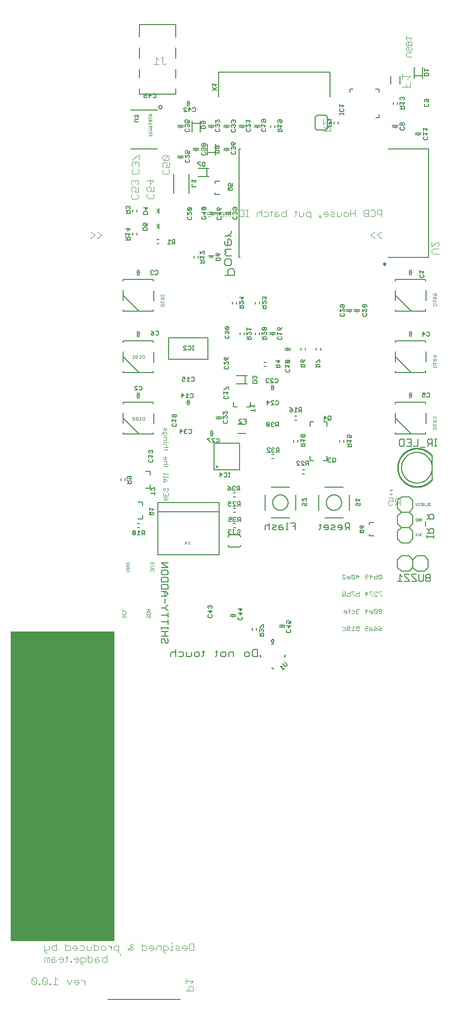
<source format=gbr>
G04 EAGLE Gerber RS-274X export*
G75*
%MOMM*%
%FSLAX34Y34*%
%LPD*%
%INSilkscreen Bottom*%
%IPPOS*%
%AMOC8*
5,1,8,0,0,1.08239X$1,22.5*%
G01*
%ADD10C,0.203200*%
%ADD11C,0.152400*%
%ADD12C,0.101600*%
%ADD13C,0.025400*%
%ADD14C,0.050800*%
%ADD15C,0.076200*%
%ADD16C,0.127000*%
%ADD17C,0.447213*%
%ADD18C,0.304800*%
%ADD19C,0.254000*%
%ADD20C,0.254000*%

G36*
X300064Y179010D02*
X300064Y179010D01*
X300128Y179009D01*
X300203Y179030D01*
X300279Y179041D01*
X300338Y179067D01*
X300400Y179084D01*
X300466Y179125D01*
X300536Y179157D01*
X300585Y179199D01*
X300640Y179232D01*
X300692Y179290D01*
X300750Y179340D01*
X300786Y179394D01*
X300829Y179442D01*
X300862Y179511D01*
X300905Y179576D01*
X300924Y179638D01*
X300952Y179695D01*
X300963Y179765D01*
X300987Y179846D01*
X300988Y179931D01*
X300999Y180000D01*
X300999Y690000D01*
X300990Y690064D01*
X300991Y690128D01*
X300970Y690203D01*
X300959Y690279D01*
X300933Y690338D01*
X300916Y690400D01*
X300875Y690466D01*
X300843Y690536D01*
X300801Y690585D01*
X300768Y690640D01*
X300710Y690692D01*
X300660Y690750D01*
X300606Y690786D01*
X300558Y690829D01*
X300489Y690862D01*
X300424Y690905D01*
X300362Y690924D01*
X300305Y690952D01*
X300235Y690963D01*
X300154Y690987D01*
X300069Y690988D01*
X300000Y690999D01*
X130000Y690999D01*
X129936Y690990D01*
X129872Y690991D01*
X129797Y690970D01*
X129721Y690959D01*
X129662Y690933D01*
X129600Y690916D01*
X129534Y690875D01*
X129464Y690843D01*
X129415Y690801D01*
X129360Y690768D01*
X129308Y690710D01*
X129250Y690660D01*
X129214Y690606D01*
X129171Y690558D01*
X129138Y690489D01*
X129095Y690424D01*
X129076Y690362D01*
X129048Y690305D01*
X129037Y690235D01*
X129013Y690154D01*
X129012Y690069D01*
X129001Y690000D01*
X129001Y180000D01*
X129010Y179936D01*
X129009Y179872D01*
X129030Y179797D01*
X129041Y179721D01*
X129067Y179662D01*
X129084Y179600D01*
X129125Y179534D01*
X129157Y179464D01*
X129199Y179415D01*
X129232Y179360D01*
X129290Y179308D01*
X129340Y179250D01*
X129394Y179214D01*
X129442Y179171D01*
X129511Y179138D01*
X129576Y179095D01*
X129638Y179076D01*
X129695Y179048D01*
X129765Y179037D01*
X129846Y179013D01*
X129931Y179012D01*
X130000Y179001D01*
X300000Y179001D01*
X300064Y179010D01*
G37*
D10*
X690404Y859496D02*
X690404Y870173D01*
X685065Y870173D01*
X683286Y868394D01*
X683286Y864835D01*
X685065Y863055D01*
X690404Y863055D01*
X686845Y863055D02*
X683286Y859496D01*
X676931Y859496D02*
X673371Y859496D01*
X676931Y859496D02*
X678710Y861276D01*
X678710Y864835D01*
X676931Y866614D01*
X673371Y866614D01*
X671592Y864835D01*
X671592Y863055D01*
X678710Y863055D01*
X667016Y859496D02*
X661678Y859496D01*
X659898Y861276D01*
X661678Y863055D01*
X665237Y863055D01*
X667016Y864835D01*
X665237Y866614D01*
X659898Y866614D01*
X653543Y859496D02*
X649984Y859496D01*
X653543Y859496D02*
X655322Y861276D01*
X655322Y864835D01*
X653543Y866614D01*
X649984Y866614D01*
X648204Y864835D01*
X648204Y863055D01*
X655322Y863055D01*
X641849Y861276D02*
X641849Y868394D01*
X641849Y861276D02*
X640069Y859496D01*
X640069Y866614D02*
X643628Y866614D01*
X600404Y870373D02*
X600404Y859696D01*
X600404Y870373D02*
X593286Y870373D01*
X596845Y865035D02*
X600404Y865035D01*
X588710Y870373D02*
X586931Y870373D01*
X586931Y859696D01*
X588710Y859696D02*
X585151Y859696D01*
X579135Y866814D02*
X575576Y866814D01*
X573796Y865035D01*
X573796Y859696D01*
X579135Y859696D01*
X580914Y861476D01*
X579135Y863255D01*
X573796Y863255D01*
X569220Y859696D02*
X563882Y859696D01*
X562102Y861476D01*
X563882Y863255D01*
X567441Y863255D01*
X569220Y865035D01*
X567441Y866814D01*
X562102Y866814D01*
X557526Y870373D02*
X557526Y859696D01*
X557526Y865035D02*
X555747Y866814D01*
X552188Y866814D01*
X550408Y865035D01*
X550408Y859696D01*
X537804Y661498D02*
X537804Y649296D01*
X531703Y649296D01*
X529669Y651330D01*
X529669Y659465D01*
X531703Y661498D01*
X537804Y661498D01*
X522673Y649296D02*
X518606Y649296D01*
X516572Y651330D01*
X516572Y655397D01*
X518606Y657431D01*
X522673Y657431D01*
X524707Y655397D01*
X524707Y651330D01*
X522673Y649296D01*
X498512Y649296D02*
X498512Y657431D01*
X492411Y657431D01*
X490377Y655397D01*
X490377Y649296D01*
X483381Y649296D02*
X479314Y649296D01*
X477280Y651330D01*
X477280Y655397D01*
X479314Y657431D01*
X483381Y657431D01*
X485415Y655397D01*
X485415Y651330D01*
X483381Y649296D01*
X470284Y651330D02*
X470284Y659465D01*
X470284Y651330D02*
X468250Y649296D01*
X468250Y657431D02*
X472318Y657431D01*
X448455Y659465D02*
X448455Y651330D01*
X446422Y649296D01*
X446422Y657431D02*
X450489Y657431D01*
X439724Y649296D02*
X435656Y649296D01*
X433623Y651330D01*
X433623Y655397D01*
X435656Y657431D01*
X439724Y657431D01*
X441758Y655397D01*
X441758Y651330D01*
X439724Y649296D01*
X428660Y651330D02*
X428660Y657431D01*
X428660Y651330D02*
X426627Y649296D01*
X420525Y649296D01*
X420525Y657431D01*
X413529Y657431D02*
X407428Y657431D01*
X413529Y657431D02*
X415563Y655397D01*
X415563Y651330D01*
X413529Y649296D01*
X407428Y649296D01*
X402466Y649296D02*
X402466Y661498D01*
X400432Y657431D02*
X402466Y655397D01*
X400432Y657431D02*
X396365Y657431D01*
X394331Y655397D01*
X394331Y649296D01*
D11*
X483782Y1279942D02*
X500052Y1279942D01*
X500052Y1288077D01*
X497340Y1290789D01*
X491917Y1290789D01*
X489205Y1288077D01*
X489205Y1279942D01*
X483782Y1299025D02*
X483782Y1304449D01*
X486494Y1307160D01*
X491917Y1307160D01*
X494629Y1304449D01*
X494629Y1299025D01*
X491917Y1296314D01*
X486494Y1296314D01*
X483782Y1299025D01*
X486494Y1312685D02*
X494629Y1312685D01*
X486494Y1312685D02*
X483782Y1315397D01*
X486494Y1318108D01*
X483782Y1320820D01*
X486494Y1323532D01*
X494629Y1323532D01*
X483782Y1331768D02*
X483782Y1337192D01*
X483782Y1331768D02*
X486494Y1329057D01*
X491917Y1329057D01*
X494629Y1331768D01*
X494629Y1337192D01*
X491917Y1339903D01*
X489205Y1339903D01*
X489205Y1329057D01*
X483782Y1345428D02*
X494629Y1345428D01*
X489205Y1345428D02*
X494629Y1350852D01*
X494629Y1353563D01*
D12*
X777528Y1591688D02*
X790747Y1591688D01*
X790747Y1600501D01*
X784138Y1596094D02*
X784138Y1591688D01*
X786341Y1604785D02*
X790747Y1609192D01*
X777528Y1609192D01*
X777528Y1613598D02*
X777528Y1604785D01*
X251522Y114394D02*
X251522Y106598D01*
X251522Y110496D02*
X247624Y114394D01*
X245675Y114394D01*
X239828Y106598D02*
X235930Y106598D01*
X239828Y106598D02*
X241777Y108547D01*
X241777Y112445D01*
X239828Y114394D01*
X235930Y114394D01*
X233981Y112445D01*
X233981Y110496D01*
X241777Y110496D01*
X230083Y114394D02*
X226185Y106598D01*
X222287Y114394D01*
X206695Y114394D02*
X202797Y118292D01*
X202797Y106598D01*
X206695Y106598D02*
X198899Y106598D01*
X195001Y106598D02*
X195001Y108547D01*
X193052Y108547D01*
X193052Y106598D01*
X195001Y106598D01*
X189154Y108547D02*
X189154Y116343D01*
X187205Y118292D01*
X183307Y118292D01*
X181358Y116343D01*
X181358Y108547D01*
X183307Y106598D01*
X187205Y106598D01*
X189154Y108547D01*
X181358Y116343D01*
X177460Y108547D02*
X177460Y106598D01*
X177460Y108547D02*
X175511Y108547D01*
X175511Y106598D01*
X177460Y106598D01*
X171613Y108547D02*
X171613Y116343D01*
X169664Y118292D01*
X165766Y118292D01*
X163817Y116343D01*
X163817Y108547D01*
X165766Y106598D01*
X169664Y106598D01*
X171613Y108547D01*
X163817Y116343D01*
X432433Y163038D02*
X432433Y174732D01*
X432433Y163038D02*
X426586Y163038D01*
X424637Y164987D01*
X424637Y172783D01*
X426586Y174732D01*
X432433Y174732D01*
X418790Y163038D02*
X414892Y163038D01*
X418790Y163038D02*
X420739Y164987D01*
X420739Y168885D01*
X418790Y170834D01*
X414892Y170834D01*
X412943Y168885D01*
X412943Y166936D01*
X420739Y166936D01*
X409045Y163038D02*
X403198Y163038D01*
X401249Y164987D01*
X403198Y166936D01*
X407096Y166936D01*
X409045Y168885D01*
X407096Y170834D01*
X401249Y170834D01*
X397351Y170834D02*
X395402Y170834D01*
X395402Y163038D01*
X397351Y163038D02*
X393453Y163038D01*
X395402Y174732D02*
X395402Y176681D01*
X385657Y159140D02*
X383708Y159140D01*
X381759Y161089D01*
X381759Y170834D01*
X387606Y170834D01*
X389555Y168885D01*
X389555Y164987D01*
X387606Y163038D01*
X381759Y163038D01*
X377861Y163038D02*
X377861Y170834D01*
X372014Y170834D01*
X370065Y168885D01*
X370065Y163038D01*
X364218Y163038D02*
X360320Y163038D01*
X364218Y163038D02*
X366167Y164987D01*
X366167Y168885D01*
X364218Y170834D01*
X360320Y170834D01*
X358371Y168885D01*
X358371Y166936D01*
X366167Y166936D01*
X346677Y163038D02*
X346677Y174732D01*
X346677Y163038D02*
X352524Y163038D01*
X354473Y164987D01*
X354473Y168885D01*
X352524Y170834D01*
X346677Y170834D01*
X327187Y163038D02*
X323289Y166936D01*
X327187Y163038D02*
X329136Y163038D01*
X331085Y164987D01*
X331085Y166936D01*
X327187Y170834D01*
X327187Y172783D01*
X329136Y174732D01*
X331085Y172783D01*
X331085Y170834D01*
X323289Y163038D01*
X307697Y159140D02*
X307697Y170834D01*
X301850Y170834D01*
X299901Y168885D01*
X299901Y164987D01*
X301850Y163038D01*
X307697Y163038D01*
X296003Y163038D02*
X296003Y170834D01*
X296003Y166936D02*
X292105Y170834D01*
X290156Y170834D01*
X284309Y163038D02*
X280411Y163038D01*
X278462Y164987D01*
X278462Y168885D01*
X280411Y170834D01*
X284309Y170834D01*
X286258Y168885D01*
X286258Y164987D01*
X284309Y163038D01*
X266768Y163038D02*
X266768Y174732D01*
X266768Y163038D02*
X272615Y163038D01*
X274564Y164987D01*
X274564Y168885D01*
X272615Y170834D01*
X266768Y170834D01*
X262870Y170834D02*
X262870Y164987D01*
X260921Y163038D01*
X255074Y163038D01*
X255074Y170834D01*
X249227Y170834D02*
X243380Y170834D01*
X249227Y170834D02*
X251176Y168885D01*
X251176Y164987D01*
X249227Y163038D01*
X243380Y163038D01*
X237533Y163038D02*
X233635Y163038D01*
X237533Y163038D02*
X239482Y164987D01*
X239482Y168885D01*
X237533Y170834D01*
X233635Y170834D01*
X231686Y168885D01*
X231686Y166936D01*
X239482Y166936D01*
X219992Y163038D02*
X219992Y174732D01*
X219992Y163038D02*
X225839Y163038D01*
X227788Y164987D01*
X227788Y168885D01*
X225839Y170834D01*
X219992Y170834D01*
X204401Y174732D02*
X204401Y163038D01*
X198554Y163038D01*
X196605Y164987D01*
X196605Y168885D01*
X198554Y170834D01*
X204401Y170834D01*
X192707Y170834D02*
X192707Y164987D01*
X190758Y163038D01*
X184911Y163038D01*
X184911Y161089D02*
X184911Y170834D01*
X184911Y161089D02*
X186860Y159140D01*
X188809Y159140D01*
X288207Y155682D02*
X288207Y143988D01*
X282360Y143988D01*
X280411Y145937D01*
X280411Y149835D01*
X282360Y151784D01*
X288207Y151784D01*
X274564Y151784D02*
X270666Y151784D01*
X268717Y149835D01*
X268717Y143988D01*
X274564Y143988D01*
X276513Y145937D01*
X274564Y147886D01*
X268717Y147886D01*
X257023Y143988D02*
X257023Y155682D01*
X257023Y143988D02*
X262870Y143988D01*
X264819Y145937D01*
X264819Y149835D01*
X262870Y151784D01*
X257023Y151784D01*
X249227Y140090D02*
X247278Y140090D01*
X245329Y142039D01*
X245329Y151784D01*
X251176Y151784D01*
X253125Y149835D01*
X253125Y145937D01*
X251176Y143988D01*
X245329Y143988D01*
X239482Y143988D02*
X235584Y143988D01*
X239482Y143988D02*
X241431Y145937D01*
X241431Y149835D01*
X239482Y151784D01*
X235584Y151784D01*
X233635Y149835D01*
X233635Y147886D01*
X241431Y147886D01*
X229737Y145937D02*
X229737Y143988D01*
X229737Y145937D02*
X227788Y145937D01*
X227788Y143988D01*
X229737Y143988D01*
X221941Y145937D02*
X221941Y153733D01*
X221941Y145937D02*
X219992Y143988D01*
X219992Y151784D02*
X223890Y151784D01*
X214145Y143988D02*
X210247Y143988D01*
X214145Y143988D02*
X216094Y145937D01*
X216094Y149835D01*
X214145Y151784D01*
X210247Y151784D01*
X208298Y149835D01*
X208298Y147886D01*
X216094Y147886D01*
X202451Y151784D02*
X198553Y151784D01*
X196604Y149835D01*
X196604Y143988D01*
X202451Y143988D01*
X204400Y145937D01*
X202451Y147886D01*
X196604Y147886D01*
X192706Y143988D02*
X192706Y151784D01*
X190757Y151784D01*
X188808Y149835D01*
X188808Y143988D01*
X188808Y149835D02*
X186859Y151784D01*
X184910Y149835D01*
X184910Y143988D01*
D13*
X822852Y899537D02*
X824123Y899537D01*
X823487Y899537D02*
X823487Y903350D01*
X822852Y903350D02*
X824123Y903350D01*
X821628Y903350D02*
X821628Y899537D01*
X821628Y903350D02*
X819722Y903350D01*
X819086Y902715D01*
X819086Y901444D01*
X819722Y900808D01*
X821628Y900808D01*
X820357Y900808D02*
X819086Y899537D01*
X817886Y898901D02*
X815344Y898901D01*
X814144Y899537D02*
X814144Y903350D01*
X812238Y903350D01*
X811602Y902715D01*
X811602Y901444D01*
X812238Y900808D01*
X814144Y900808D01*
X812873Y900808D02*
X811602Y899537D01*
X810402Y903350D02*
X807860Y903350D01*
X810402Y903350D02*
X810402Y899537D01*
X807860Y899537D01*
X809131Y901444D02*
X810402Y901444D01*
X804753Y903350D02*
X804118Y902715D01*
X804753Y903350D02*
X806025Y903350D01*
X806660Y902715D01*
X806660Y900173D01*
X806025Y899537D01*
X804753Y899537D01*
X804118Y900173D01*
X802918Y900808D02*
X802918Y903350D01*
X802918Y900808D02*
X801647Y899537D01*
X800376Y900808D01*
X800376Y903350D01*
X808128Y877936D02*
X807504Y877311D01*
X808128Y877936D02*
X809378Y877936D01*
X810003Y877311D01*
X810003Y874812D01*
X809378Y874187D01*
X808128Y874187D01*
X807504Y874812D01*
X807504Y876062D01*
X808753Y876062D01*
X806320Y874187D02*
X806320Y877936D01*
X803820Y874187D01*
X803820Y877936D01*
X802637Y877936D02*
X802637Y874187D01*
X800762Y874187D01*
X800137Y874812D01*
X800137Y877311D01*
X800762Y877936D01*
X802637Y877936D01*
X809848Y853166D02*
X810473Y852541D01*
X809848Y853166D02*
X808598Y853166D01*
X807974Y852541D01*
X807974Y851916D01*
X808598Y851292D01*
X809223Y851292D01*
X808598Y851292D02*
X807974Y850667D01*
X807974Y850042D01*
X808598Y849417D01*
X809848Y849417D01*
X810473Y850042D01*
X806790Y850667D02*
X806790Y853166D01*
X806790Y850667D02*
X805540Y849417D01*
X804290Y850667D01*
X804290Y853166D01*
X803107Y852541D02*
X802482Y853166D01*
X801232Y853166D01*
X800607Y852541D01*
X800607Y851916D01*
X801232Y851292D01*
X801857Y851292D01*
X801232Y851292D02*
X800607Y850667D01*
X800607Y850042D01*
X801232Y849417D01*
X802482Y849417D01*
X803107Y850042D01*
D14*
X325847Y793050D02*
X324915Y793983D01*
X325847Y793050D02*
X325847Y791186D01*
X324915Y790254D01*
X321186Y790254D01*
X320254Y791186D01*
X320254Y793050D01*
X321186Y793983D01*
X323050Y793983D01*
X323050Y792118D01*
X320254Y795867D02*
X325847Y795867D01*
X320254Y799596D01*
X325847Y799596D01*
X325847Y801480D02*
X320254Y801480D01*
X320254Y804277D01*
X321186Y805209D01*
X324915Y805209D01*
X325847Y804277D01*
X325847Y801480D01*
X364915Y790254D02*
X365847Y791186D01*
X365847Y793050D01*
X364915Y793983D01*
X363983Y793983D01*
X363050Y793050D01*
X363050Y792118D01*
X363050Y793050D02*
X362118Y793983D01*
X361186Y793983D01*
X360254Y793050D01*
X360254Y791186D01*
X361186Y790254D01*
X362118Y795867D02*
X365847Y795867D01*
X362118Y795867D02*
X360254Y797731D01*
X362118Y799596D01*
X365847Y799596D01*
X364915Y801480D02*
X365847Y802412D01*
X365847Y804277D01*
X364915Y805209D01*
X363983Y805209D01*
X363050Y804277D01*
X363050Y803344D01*
X363050Y804277D02*
X362118Y805209D01*
X361186Y805209D01*
X360254Y804277D01*
X360254Y802412D01*
X361186Y801480D01*
X358819Y717143D02*
X359751Y716211D01*
X359751Y714347D01*
X358819Y713415D01*
X357887Y713415D01*
X356954Y714347D01*
X356954Y716211D01*
X356022Y717143D01*
X355090Y717143D01*
X354158Y716211D01*
X354158Y714347D01*
X355090Y713415D01*
X354158Y719028D02*
X359751Y719028D01*
X354158Y719028D02*
X354158Y721824D01*
X355090Y722756D01*
X358819Y722756D01*
X359751Y721824D01*
X359751Y719028D01*
X357887Y724641D02*
X354158Y724641D01*
X357887Y724641D02*
X359751Y726505D01*
X357887Y728369D01*
X354158Y728369D01*
X356954Y728369D02*
X356954Y724641D01*
X319751Y716211D02*
X318819Y717143D01*
X319751Y716211D02*
X319751Y714347D01*
X318819Y713415D01*
X317887Y713415D01*
X316954Y714347D01*
X316954Y716211D01*
X316022Y717143D01*
X315090Y717143D01*
X314158Y716211D01*
X314158Y714347D01*
X315090Y713415D01*
X319751Y721824D02*
X318819Y722756D01*
X319751Y721824D02*
X319751Y719960D01*
X318819Y719028D01*
X315090Y719028D01*
X314158Y719960D01*
X314158Y721824D01*
X315090Y722756D01*
X314158Y724641D02*
X319751Y724641D01*
X314158Y724641D02*
X314158Y728369D01*
D15*
X785789Y1641960D02*
X793627Y1641960D01*
X785789Y1641960D02*
X784221Y1643528D01*
X784221Y1646663D01*
X785789Y1648231D01*
X793627Y1648231D01*
X793627Y1656018D02*
X792059Y1657586D01*
X793627Y1656018D02*
X793627Y1652883D01*
X792059Y1651315D01*
X790492Y1651315D01*
X788924Y1652883D01*
X788924Y1656018D01*
X787356Y1657586D01*
X785789Y1657586D01*
X784221Y1656018D01*
X784221Y1652883D01*
X785789Y1651315D01*
X784221Y1660671D02*
X793627Y1660671D01*
X793627Y1665374D01*
X792059Y1666941D01*
X790492Y1666941D01*
X788924Y1665374D01*
X787356Y1666941D01*
X785789Y1666941D01*
X784221Y1665374D01*
X784221Y1660671D01*
X788924Y1660671D02*
X788924Y1665374D01*
X790492Y1670026D02*
X793627Y1673161D01*
X784221Y1673161D01*
X784221Y1670026D02*
X784221Y1676296D01*
X743619Y783869D02*
X743619Y778954D01*
X743619Y783869D02*
X742390Y785097D01*
X739933Y785097D01*
X738704Y783869D01*
X738704Y778954D01*
X739933Y777725D01*
X742390Y777725D01*
X743619Y778954D01*
X738704Y783869D01*
X736135Y785097D02*
X736135Y777725D01*
X732449Y777725D01*
X731220Y778954D01*
X731220Y781411D01*
X732449Y782640D01*
X736135Y782640D01*
X724965Y785097D02*
X724965Y777725D01*
X728651Y781411D02*
X724965Y785097D01*
X723736Y781411D02*
X728651Y781411D01*
X721167Y778954D02*
X719938Y777725D01*
X717480Y777725D01*
X716252Y778954D01*
X716252Y783869D01*
X717480Y785097D01*
X719938Y785097D01*
X721167Y783869D01*
X721167Y782640D01*
X719938Y781411D01*
X716252Y781411D01*
X702512Y777725D02*
X702512Y785097D01*
X706198Y781411D01*
X701283Y781411D01*
X698714Y778954D02*
X698714Y783869D01*
X697485Y785097D01*
X695028Y785097D01*
X693799Y783869D01*
X693799Y778954D01*
X695028Y777725D01*
X697485Y777725D01*
X698714Y778954D01*
X693799Y783869D01*
X690001Y777725D02*
X687544Y777725D01*
X690001Y777725D02*
X691230Y778954D01*
X691230Y781411D01*
X690001Y782640D01*
X687544Y782640D01*
X686315Y781411D01*
X686315Y780182D01*
X691230Y780182D01*
X683746Y777725D02*
X678831Y777725D01*
X683746Y777725D02*
X678831Y782640D01*
X678831Y783869D01*
X680060Y785097D01*
X682517Y785097D01*
X683746Y783869D01*
X738704Y756649D02*
X743619Y756649D01*
X738704Y756649D02*
X738704Y755421D01*
X743619Y750506D01*
X743619Y749277D01*
X736135Y749277D02*
X731220Y749277D01*
X736135Y749277D02*
X731220Y754192D01*
X731220Y755421D01*
X732449Y756649D01*
X734906Y756649D01*
X736135Y755421D01*
X728651Y756649D02*
X723736Y756649D01*
X723736Y755421D01*
X728651Y750506D01*
X728651Y749277D01*
X717480Y749277D02*
X717480Y756649D01*
X721167Y752963D01*
X716252Y752963D01*
X706198Y756649D02*
X706198Y749277D01*
X702512Y749277D01*
X701283Y750506D01*
X701283Y752963D01*
X702512Y754192D01*
X706198Y754192D01*
X698714Y756649D02*
X693799Y756649D01*
X693799Y755421D01*
X698714Y750506D01*
X698714Y749277D01*
X691230Y749277D02*
X691230Y756649D01*
X691230Y749277D02*
X687544Y749277D01*
X686315Y750506D01*
X686315Y752963D01*
X687544Y754192D01*
X691230Y754192D01*
X683746Y755421D02*
X682517Y756649D01*
X680060Y756649D01*
X678831Y755421D01*
X678831Y754192D01*
X680060Y752963D01*
X678831Y751734D01*
X678831Y750506D01*
X680060Y749277D01*
X682517Y749277D01*
X683746Y750506D01*
X683746Y751734D01*
X682517Y752963D01*
X683746Y754192D01*
X683746Y755421D01*
X682517Y752963D02*
X680060Y752963D01*
X742390Y728201D02*
X743619Y726973D01*
X742390Y728201D02*
X739933Y728201D01*
X738704Y726973D01*
X738704Y725744D01*
X739933Y724515D01*
X738704Y723286D01*
X738704Y722058D01*
X739933Y720829D01*
X742390Y720829D01*
X743619Y722058D01*
X743619Y723286D01*
X742390Y724515D01*
X743619Y725744D01*
X743619Y726973D01*
X742390Y724515D02*
X739933Y724515D01*
X736135Y722058D02*
X736135Y726973D01*
X734906Y728201D01*
X732449Y728201D01*
X731220Y726973D01*
X731220Y722058D01*
X732449Y720829D01*
X734906Y720829D01*
X736135Y722058D01*
X731220Y726973D01*
X727422Y720829D02*
X724965Y720829D01*
X727422Y720829D02*
X728651Y722058D01*
X728651Y724515D01*
X727422Y725744D01*
X724965Y725744D01*
X723736Y724515D01*
X723736Y723286D01*
X728651Y723286D01*
X717480Y720829D02*
X717480Y728201D01*
X721167Y724515D01*
X716252Y724515D01*
X706198Y726973D02*
X704970Y728201D01*
X702512Y728201D01*
X701283Y726973D01*
X701283Y725744D01*
X702512Y724515D01*
X703741Y724515D01*
X702512Y724515D02*
X701283Y723286D01*
X701283Y722058D01*
X702512Y720829D01*
X704970Y720829D01*
X706198Y722058D01*
X697485Y725744D02*
X693799Y725744D01*
X697485Y725744D02*
X698714Y724515D01*
X698714Y722058D01*
X697485Y720829D01*
X693799Y720829D01*
X690001Y720829D02*
X690001Y726973D01*
X688773Y728201D01*
X688773Y724515D02*
X691230Y724515D01*
X685012Y720829D02*
X682554Y720829D01*
X685012Y720829D02*
X686240Y722058D01*
X686240Y724515D01*
X685012Y725744D01*
X682554Y725744D01*
X681326Y724515D01*
X681326Y723286D01*
X686240Y723286D01*
X738704Y699753D02*
X741162Y698525D01*
X743619Y696067D01*
X743619Y693610D01*
X742390Y692381D01*
X739933Y692381D01*
X738704Y693610D01*
X738704Y694838D01*
X739933Y696067D01*
X743619Y696067D01*
X733677Y698525D02*
X731220Y699753D01*
X733677Y698525D02*
X736135Y696067D01*
X736135Y693610D01*
X734906Y692381D01*
X732449Y692381D01*
X731220Y693610D01*
X731220Y694838D01*
X732449Y696067D01*
X736135Y696067D01*
X727422Y697296D02*
X724965Y697296D01*
X723736Y696067D01*
X723736Y692381D01*
X727422Y692381D01*
X728651Y693610D01*
X727422Y694838D01*
X723736Y694838D01*
X721167Y693610D02*
X719938Y692381D01*
X717480Y692381D01*
X716252Y693610D01*
X716252Y698525D01*
X717480Y699753D01*
X719938Y699753D01*
X721167Y698525D01*
X721167Y697296D01*
X719938Y696067D01*
X716252Y696067D01*
X706198Y699753D02*
X701283Y699753D01*
X706198Y699753D02*
X706198Y696067D01*
X703741Y697296D01*
X702512Y697296D01*
X701283Y696067D01*
X701283Y693610D01*
X702512Y692381D01*
X704970Y692381D01*
X706198Y693610D01*
X698714Y697296D02*
X696257Y699753D01*
X696257Y692381D01*
X698714Y692381D02*
X693799Y692381D01*
X691230Y698525D02*
X690001Y699753D01*
X687544Y699753D01*
X686315Y698525D01*
X686315Y697296D01*
X687544Y696067D01*
X686315Y694838D01*
X686315Y693610D01*
X687544Y692381D01*
X690001Y692381D01*
X691230Y693610D01*
X691230Y694838D01*
X690001Y696067D01*
X691230Y697296D01*
X691230Y698525D01*
X690001Y696067D02*
X687544Y696067D01*
X682517Y697296D02*
X678831Y697296D01*
X682517Y697296D02*
X683746Y696067D01*
X683746Y693610D01*
X682517Y692381D01*
X678831Y692381D01*
X387168Y908140D02*
X382253Y908140D01*
X387168Y908140D02*
X389625Y910597D01*
X387168Y913055D01*
X382253Y913055D01*
X385939Y913055D02*
X385939Y908140D01*
X389625Y915624D02*
X389625Y920539D01*
X389625Y915624D02*
X382253Y915624D01*
X382253Y920539D01*
X385939Y918081D02*
X385939Y915624D01*
X389625Y926794D02*
X388397Y928023D01*
X389625Y926794D02*
X389625Y924337D01*
X388397Y923108D01*
X387168Y923108D01*
X385939Y924337D01*
X385939Y926794D01*
X384710Y928023D01*
X383482Y928023D01*
X382253Y926794D01*
X382253Y924337D01*
X383482Y923108D01*
X387168Y939305D02*
X387168Y941763D01*
X385939Y942991D01*
X382253Y942991D01*
X382253Y939305D01*
X383482Y938076D01*
X384710Y939305D01*
X384710Y942991D01*
X389625Y945561D02*
X389625Y946789D01*
X382253Y946789D01*
X382253Y945561D02*
X382253Y948018D01*
X389625Y950550D02*
X389625Y951779D01*
X382253Y951779D01*
X382253Y953007D02*
X382253Y950550D01*
X383482Y964252D02*
X388397Y964252D01*
X383482Y964252D02*
X382253Y965481D01*
X387168Y965481D02*
X387168Y963024D01*
X389625Y968013D02*
X382253Y968013D01*
X385939Y968013D02*
X387168Y969242D01*
X387168Y971699D01*
X385939Y972928D01*
X382253Y972928D01*
X382253Y976726D02*
X382253Y979183D01*
X382253Y976726D02*
X383482Y975497D01*
X385939Y975497D01*
X387168Y976726D01*
X387168Y979183D01*
X385939Y980412D01*
X384710Y980412D01*
X384710Y975497D01*
X383482Y991694D02*
X388397Y991694D01*
X383482Y991694D02*
X382253Y992923D01*
X387168Y992923D02*
X387168Y990466D01*
X389625Y995455D02*
X382253Y995455D01*
X385939Y995455D02*
X387168Y996684D01*
X387168Y999141D01*
X385939Y1000370D01*
X382253Y1000370D01*
X387168Y1002939D02*
X387168Y1004168D01*
X382253Y1004168D01*
X382253Y1002939D02*
X382253Y1005397D01*
X389625Y1004168D02*
X390854Y1004168D01*
X387168Y1007929D02*
X382253Y1007929D01*
X387168Y1007929D02*
X387168Y1011615D01*
X385939Y1012843D01*
X382253Y1012843D01*
X379796Y1017870D02*
X379796Y1019099D01*
X381024Y1020328D01*
X387168Y1020328D01*
X387168Y1016641D01*
X385939Y1015413D01*
X383482Y1015413D01*
X382253Y1016641D01*
X382253Y1020328D01*
X382253Y1022897D02*
X382253Y1026583D01*
X383482Y1027812D01*
X384710Y1026583D01*
X384710Y1024126D01*
X385939Y1022897D01*
X387168Y1024126D01*
X387168Y1027812D01*
D12*
X743492Y1377508D02*
X743492Y1388501D01*
X737995Y1388501D01*
X736163Y1386669D01*
X736163Y1383005D01*
X737995Y1381172D01*
X743492Y1381172D01*
X726946Y1388501D02*
X725114Y1386669D01*
X726946Y1388501D02*
X730610Y1388501D01*
X732443Y1386669D01*
X732443Y1379340D01*
X730610Y1377508D01*
X726946Y1377508D01*
X725114Y1379340D01*
X721393Y1377508D02*
X721393Y1388501D01*
X715896Y1388501D01*
X714064Y1386669D01*
X714064Y1384837D01*
X715896Y1383005D01*
X714064Y1381172D01*
X714064Y1379340D01*
X715896Y1377508D01*
X721393Y1377508D01*
X721393Y1383005D02*
X715896Y1383005D01*
X699294Y1377508D02*
X699294Y1388501D01*
X699294Y1383005D02*
X691965Y1383005D01*
X691965Y1388501D02*
X691965Y1377508D01*
X686413Y1377508D02*
X682748Y1377508D01*
X680916Y1379340D01*
X680916Y1383005D01*
X682748Y1384837D01*
X686413Y1384837D01*
X688245Y1383005D01*
X688245Y1379340D01*
X686413Y1377508D01*
X677195Y1379340D02*
X677195Y1384837D01*
X677195Y1379340D02*
X675363Y1377508D01*
X669866Y1377508D01*
X669866Y1384837D01*
X666146Y1377508D02*
X660649Y1377508D01*
X658817Y1379340D01*
X660649Y1381172D01*
X664314Y1381172D01*
X666146Y1383005D01*
X664314Y1384837D01*
X658817Y1384837D01*
X653264Y1377508D02*
X649600Y1377508D01*
X653264Y1377508D02*
X655097Y1379340D01*
X655097Y1383005D01*
X653264Y1384837D01*
X649600Y1384837D01*
X647768Y1383005D01*
X647768Y1381172D01*
X655097Y1381172D01*
X644047Y1373844D02*
X640383Y1377508D01*
X640383Y1379340D01*
X642215Y1379340D01*
X642215Y1377508D01*
X640383Y1377508D01*
X625631Y1373844D02*
X625631Y1384837D01*
X620135Y1384837D01*
X618302Y1383005D01*
X618302Y1379340D01*
X620135Y1377508D01*
X625631Y1377508D01*
X614582Y1379340D02*
X614582Y1384837D01*
X614582Y1379340D02*
X612750Y1377508D01*
X607253Y1377508D01*
X607253Y1384837D01*
X601700Y1386669D02*
X601700Y1379340D01*
X599868Y1377508D01*
X599868Y1384837D02*
X603532Y1384837D01*
X585117Y1388501D02*
X585117Y1377508D01*
X579620Y1377508D01*
X577788Y1379340D01*
X577788Y1383005D01*
X579620Y1384837D01*
X585117Y1384837D01*
X572235Y1384837D02*
X568571Y1384837D01*
X566738Y1383005D01*
X566738Y1377508D01*
X572235Y1377508D01*
X574067Y1379340D01*
X572235Y1381172D01*
X566738Y1381172D01*
X561186Y1379340D02*
X561186Y1386669D01*
X561186Y1379340D02*
X559353Y1377508D01*
X559353Y1384837D02*
X563018Y1384837D01*
X553819Y1384837D02*
X548323Y1384837D01*
X553819Y1384837D02*
X555652Y1383005D01*
X555652Y1379340D01*
X553819Y1377508D01*
X548323Y1377508D01*
X544602Y1377508D02*
X544602Y1388501D01*
X542770Y1384837D02*
X544602Y1383005D01*
X542770Y1384837D02*
X539105Y1384837D01*
X537273Y1383005D01*
X537273Y1377508D01*
X522503Y1377508D02*
X518839Y1377508D01*
X520671Y1377508D02*
X520671Y1388501D01*
X522503Y1388501D02*
X518839Y1388501D01*
X515137Y1388501D02*
X515137Y1377508D01*
X509640Y1377508D01*
X507808Y1379340D01*
X507808Y1386669D01*
X509640Y1388501D01*
X515137Y1388501D01*
X493038Y1388501D02*
X493038Y1377508D01*
X493038Y1383005D02*
X491206Y1384837D01*
X487541Y1384837D01*
X485709Y1383005D01*
X485709Y1377508D01*
X480156Y1377508D02*
X476492Y1377508D01*
X480156Y1377508D02*
X481989Y1379340D01*
X481989Y1383005D01*
X480156Y1384837D01*
X476492Y1384837D01*
X474660Y1383005D01*
X474660Y1381172D01*
X481989Y1381172D01*
X470939Y1377508D02*
X470939Y1384837D01*
X467275Y1384837D02*
X470939Y1381172D01*
X467275Y1384837D02*
X465443Y1384837D01*
X459899Y1377508D02*
X456235Y1377508D01*
X459899Y1377508D02*
X461731Y1379340D01*
X461731Y1383005D01*
X459899Y1384837D01*
X456235Y1384837D01*
X454403Y1383005D01*
X454403Y1381172D01*
X461731Y1381172D01*
X450682Y1384837D02*
X448850Y1384837D01*
X448850Y1383005D01*
X450682Y1383005D01*
X450682Y1384837D01*
X450682Y1379340D02*
X448850Y1379340D01*
X448850Y1377508D01*
X450682Y1377508D01*
X450682Y1379340D01*
X736163Y1347005D02*
X743492Y1352501D01*
X736163Y1347005D02*
X743492Y1341508D01*
X732443Y1352501D02*
X725114Y1347005D01*
X732443Y1341508D01*
X279416Y1347005D02*
X272087Y1352501D01*
X279416Y1347005D02*
X272087Y1341508D01*
X268366Y1347005D02*
X261037Y1352501D01*
X268366Y1347005D02*
X261037Y1341508D01*
D10*
X734620Y1540680D02*
X739620Y1540680D01*
X739620Y1545680D01*
X739620Y1588680D02*
X733620Y1588680D01*
X739620Y1588680D02*
X739620Y1583680D01*
X696620Y1588680D02*
X691620Y1588680D01*
X691620Y1583680D01*
D16*
X674317Y1548605D02*
X674317Y1546317D01*
X674317Y1547461D02*
X681181Y1547461D01*
X681181Y1546317D02*
X681181Y1548605D01*
X681181Y1554739D02*
X680037Y1555883D01*
X681181Y1554739D02*
X681181Y1552451D01*
X680037Y1551307D01*
X675461Y1551307D01*
X674317Y1552451D01*
X674317Y1554739D01*
X675461Y1555883D01*
X678893Y1558791D02*
X681181Y1561079D01*
X674317Y1561079D01*
X674317Y1558791D02*
X674317Y1563367D01*
X820467Y1564183D02*
X821611Y1563039D01*
X821611Y1560751D01*
X820467Y1559607D01*
X815891Y1559607D01*
X814747Y1560751D01*
X814747Y1563039D01*
X815891Y1564183D01*
X815891Y1567091D02*
X814747Y1568235D01*
X814747Y1570523D01*
X815891Y1571667D01*
X820467Y1571667D01*
X821611Y1570523D01*
X821611Y1568235D01*
X820467Y1567091D01*
X819323Y1567091D01*
X818179Y1568235D01*
X818179Y1571667D01*
D10*
X774040Y1596430D02*
X774040Y1609130D01*
X758800Y1609130D02*
X758800Y1596430D01*
X811020Y1606480D02*
X811020Y1610480D01*
X811020Y1624480D01*
X798020Y1610480D02*
X798020Y1606480D01*
X798020Y1610480D02*
X798020Y1624480D01*
X798020Y1610480D02*
X811020Y1610480D01*
D16*
X814707Y1610217D02*
X821571Y1610217D01*
X814707Y1610217D02*
X814707Y1613649D01*
X815851Y1614793D01*
X820427Y1614793D01*
X821571Y1613649D01*
X821571Y1610217D01*
X819283Y1617701D02*
X821571Y1619989D01*
X814707Y1619989D01*
X814707Y1617701D02*
X814707Y1622277D01*
D10*
X631420Y973480D02*
X625420Y973480D01*
X625420Y981480D01*
X647420Y973480D02*
X653420Y973480D01*
X653420Y981480D01*
D16*
X667240Y976715D02*
X667240Y972139D01*
X667240Y976715D02*
X666096Y977859D01*
X663808Y977859D01*
X662664Y976715D01*
X662664Y972139D01*
X663808Y970995D01*
X666096Y970995D01*
X667240Y972139D01*
X664952Y973283D02*
X662664Y970995D01*
X659756Y976715D02*
X658612Y977859D01*
X656324Y977859D01*
X655180Y976715D01*
X655180Y975571D01*
X656324Y974427D01*
X657468Y974427D01*
X656324Y974427D02*
X655180Y973283D01*
X655180Y972139D01*
X656324Y970995D01*
X658612Y970995D01*
X659756Y972139D01*
D10*
X653420Y1038280D02*
X647420Y1038280D01*
X653420Y1038280D02*
X653420Y1030280D01*
X631420Y1038280D02*
X625420Y1038280D01*
X625420Y1030280D01*
D16*
X659778Y1041691D02*
X659778Y1046267D01*
X658634Y1047411D01*
X656346Y1047411D01*
X655202Y1046267D01*
X655202Y1041691D01*
X656346Y1040547D01*
X658634Y1040547D01*
X659778Y1041691D01*
X657490Y1042835D02*
X655202Y1040547D01*
X648862Y1040547D02*
X648862Y1047411D01*
X652294Y1043979D01*
X647718Y1043979D01*
D11*
X597764Y1007658D02*
X597764Y1004102D01*
X604876Y1004102D02*
X604876Y1007658D01*
D16*
X609977Y997413D02*
X616841Y997413D01*
X616841Y1000844D01*
X615697Y1001988D01*
X613409Y1001988D01*
X612265Y1000844D01*
X612265Y997413D01*
X612265Y999700D02*
X609977Y1001988D01*
X614553Y1004897D02*
X616841Y1007185D01*
X609977Y1007185D01*
X609977Y1004897D02*
X609977Y1009473D01*
X615697Y1012381D02*
X616841Y1013525D01*
X616841Y1015813D01*
X615697Y1016957D01*
X614553Y1016957D01*
X613409Y1015813D01*
X612265Y1016957D01*
X611121Y1016957D01*
X609977Y1015813D01*
X609977Y1013525D01*
X611121Y1012381D01*
X612265Y1012381D01*
X613409Y1013525D01*
X614553Y1012381D01*
X615697Y1012381D01*
X613409Y1013525D02*
X613409Y1015813D01*
D11*
X681076Y1007658D02*
X681076Y1004102D01*
X673964Y1004102D02*
X673964Y1007658D01*
D16*
X687005Y996665D02*
X693869Y996665D01*
X693869Y1000097D01*
X692725Y1001241D01*
X690437Y1001241D01*
X689293Y1000097D01*
X689293Y996665D01*
X689293Y998953D02*
X687005Y1001241D01*
X691581Y1004149D02*
X693869Y1006437D01*
X687005Y1006437D01*
X687005Y1004149D02*
X687005Y1008725D01*
X693869Y1011633D02*
X693869Y1016209D01*
X693869Y1011633D02*
X690437Y1011633D01*
X691581Y1013921D01*
X691581Y1015065D01*
X690437Y1016209D01*
X688149Y1016209D01*
X687005Y1015065D01*
X687005Y1012777D01*
X688149Y1011633D01*
D11*
X799948Y1515150D02*
X804520Y1515150D01*
X809092Y1515150D01*
X804520Y1512610D02*
X799948Y1512610D01*
X804520Y1512610D02*
X809092Y1512610D01*
X804520Y1515150D02*
X804520Y1516547D01*
X804520Y1512610D02*
X804520Y1511213D01*
D16*
X818755Y1509371D02*
X819899Y1508227D01*
X819899Y1505939D01*
X818755Y1504795D01*
X814179Y1504795D01*
X813035Y1505939D01*
X813035Y1508227D01*
X814179Y1509371D01*
X817611Y1512279D02*
X819899Y1514567D01*
X813035Y1514567D01*
X813035Y1512279D02*
X813035Y1516855D01*
X817611Y1519763D02*
X819899Y1522051D01*
X813035Y1522051D01*
X813035Y1519763D02*
X813035Y1524339D01*
D11*
X766420Y1527850D02*
X761848Y1527850D01*
X766420Y1527850D02*
X770992Y1527850D01*
X766420Y1525310D02*
X761848Y1525310D01*
X766420Y1525310D02*
X770992Y1525310D01*
X766420Y1527850D02*
X766420Y1529247D01*
X766420Y1525310D02*
X766420Y1523913D01*
D16*
X780267Y1525343D02*
X781411Y1524199D01*
X781411Y1521911D01*
X780267Y1520767D01*
X775691Y1520767D01*
X774547Y1521911D01*
X774547Y1524199D01*
X775691Y1525343D01*
X780267Y1528251D02*
X781411Y1529395D01*
X781411Y1531683D01*
X780267Y1532827D01*
X779123Y1532827D01*
X777979Y1531683D01*
X776835Y1532827D01*
X775691Y1532827D01*
X774547Y1531683D01*
X774547Y1529395D01*
X775691Y1528251D01*
X776835Y1528251D01*
X777979Y1529395D01*
X779123Y1528251D01*
X780267Y1528251D01*
X777979Y1529395D02*
X777979Y1531683D01*
D11*
X769976Y1562902D02*
X769976Y1566458D01*
X762864Y1566458D02*
X762864Y1562902D01*
D16*
X774585Y1555505D02*
X781449Y1555505D01*
X781449Y1558937D01*
X780305Y1560081D01*
X778017Y1560081D01*
X776873Y1558937D01*
X776873Y1555505D01*
X776873Y1557793D02*
X774585Y1560081D01*
X779161Y1562989D02*
X781449Y1565277D01*
X774585Y1565277D01*
X774585Y1562989D02*
X774585Y1567565D01*
X780305Y1570473D02*
X781449Y1571617D01*
X781449Y1573905D01*
X780305Y1575049D01*
X779161Y1575049D01*
X778017Y1573905D01*
X778017Y1572761D01*
X778017Y1573905D02*
X776873Y1575049D01*
X775729Y1575049D01*
X774585Y1573905D01*
X774585Y1571617D01*
X775729Y1570473D01*
D10*
X467320Y1435980D02*
X467320Y1432980D01*
X467320Y1435980D02*
X475320Y1435980D01*
X467320Y1416980D02*
X467320Y1413980D01*
X475320Y1413980D01*
D16*
X490509Y1420370D02*
X495085Y1420370D01*
X496229Y1421514D01*
X496229Y1423802D01*
X495085Y1424946D01*
X490509Y1424946D01*
X489365Y1423802D01*
X489365Y1421514D01*
X490509Y1420370D01*
X491653Y1422658D02*
X489365Y1424946D01*
X496229Y1427854D02*
X496229Y1432430D01*
X496229Y1427854D02*
X492797Y1427854D01*
X493941Y1430142D01*
X493941Y1431286D01*
X492797Y1432430D01*
X490509Y1432430D01*
X489365Y1431286D01*
X489365Y1428998D01*
X490509Y1427854D01*
D10*
X429720Y1531580D02*
X429720Y1535580D01*
X429720Y1531580D02*
X429720Y1517580D01*
X442720Y1531580D02*
X442720Y1535580D01*
X442720Y1531580D02*
X442720Y1517580D01*
X442720Y1531580D02*
X429720Y1531580D01*
D16*
X444525Y1523115D02*
X451389Y1523115D01*
X444525Y1523115D02*
X444525Y1526547D01*
X445669Y1527691D01*
X450245Y1527691D01*
X451389Y1526547D01*
X451389Y1523115D01*
X445669Y1530599D02*
X444525Y1531743D01*
X444525Y1534031D01*
X445669Y1535175D01*
X450245Y1535175D01*
X451389Y1534031D01*
X451389Y1531743D01*
X450245Y1530599D01*
X449101Y1530599D01*
X447957Y1531743D01*
X447957Y1535175D01*
D10*
X468120Y1483480D02*
X468120Y1479480D01*
X468120Y1483480D02*
X468120Y1497480D01*
X455120Y1483480D02*
X455120Y1479480D01*
X455120Y1483480D02*
X455120Y1497480D01*
X455120Y1483480D02*
X468120Y1483480D01*
D16*
X467967Y1482537D02*
X474831Y1482537D01*
X467967Y1482537D02*
X467967Y1485969D01*
X469111Y1487113D01*
X473687Y1487113D01*
X474831Y1485969D01*
X474831Y1482537D01*
X473687Y1490021D02*
X474831Y1491165D01*
X474831Y1493453D01*
X473687Y1494597D01*
X472543Y1494597D01*
X471399Y1493453D01*
X470255Y1494597D01*
X469111Y1494597D01*
X467967Y1493453D01*
X467967Y1491165D01*
X469111Y1490021D01*
X470255Y1490021D01*
X471399Y1491165D01*
X472543Y1490021D01*
X473687Y1490021D01*
X471399Y1491165D02*
X471399Y1493453D01*
D10*
X457920Y1456880D02*
X453920Y1456880D01*
X439920Y1456880D01*
X453920Y1443880D02*
X457920Y1443880D01*
X453920Y1443880D02*
X439920Y1443880D01*
X453920Y1443880D02*
X453920Y1456880D01*
D16*
X451175Y1460175D02*
X451175Y1467039D01*
X451175Y1460175D02*
X447743Y1460175D01*
X446599Y1461319D01*
X446599Y1465895D01*
X447743Y1467039D01*
X451175Y1467039D01*
X443691Y1467039D02*
X439115Y1467039D01*
X439115Y1465895D01*
X443691Y1461319D01*
X443691Y1460175D01*
D11*
X421950Y1070180D02*
X421950Y1065608D01*
X421950Y1070180D02*
X421950Y1074752D01*
X424490Y1070180D02*
X424490Y1065608D01*
X424490Y1070180D02*
X424490Y1074752D01*
X421950Y1070180D02*
X420553Y1070180D01*
X424490Y1070180D02*
X425887Y1070180D01*
D16*
X426639Y1083205D02*
X427783Y1084349D01*
X430071Y1084349D01*
X431215Y1083205D01*
X431215Y1078629D01*
X430071Y1077485D01*
X427783Y1077485D01*
X426639Y1078629D01*
X423731Y1082061D02*
X421443Y1084349D01*
X421443Y1077485D01*
X423731Y1077485D02*
X419155Y1077485D01*
X412815Y1077485D02*
X412815Y1084349D01*
X416247Y1080917D01*
X411671Y1080917D01*
X428399Y1110585D02*
X429543Y1111729D01*
X431831Y1111729D01*
X432975Y1110585D01*
X432975Y1106009D01*
X431831Y1104865D01*
X429543Y1104865D01*
X428399Y1106009D01*
X425491Y1109441D02*
X423203Y1111729D01*
X423203Y1104865D01*
X425491Y1104865D02*
X420915Y1104865D01*
X418007Y1111729D02*
X413431Y1111729D01*
X418007Y1111729D02*
X418007Y1108297D01*
X415719Y1109441D01*
X414575Y1109441D01*
X413431Y1108297D01*
X413431Y1106009D01*
X414575Y1104865D01*
X416863Y1104865D01*
X418007Y1106009D01*
X488185Y1080701D02*
X489329Y1079557D01*
X489329Y1077269D01*
X488185Y1076125D01*
X483609Y1076125D01*
X482465Y1077269D01*
X482465Y1079557D01*
X483609Y1080701D01*
X487041Y1083609D02*
X489329Y1085897D01*
X482465Y1085897D01*
X482465Y1083609D02*
X482465Y1088185D01*
X489329Y1091093D02*
X489329Y1095669D01*
X488185Y1095669D01*
X483609Y1091093D01*
X482465Y1091093D01*
D11*
X474020Y1046050D02*
X469448Y1046050D01*
X474020Y1046050D02*
X478592Y1046050D01*
X474020Y1043510D02*
X469448Y1043510D01*
X474020Y1043510D02*
X478592Y1043510D01*
X474020Y1046050D02*
X474020Y1047447D01*
X474020Y1043510D02*
X474020Y1042113D01*
D16*
X486857Y1040408D02*
X488001Y1039264D01*
X488001Y1036977D01*
X486857Y1035833D01*
X482281Y1035833D01*
X481137Y1036977D01*
X481137Y1039264D01*
X482281Y1040408D01*
X481137Y1043317D02*
X481137Y1047893D01*
X481137Y1043317D02*
X485713Y1047893D01*
X486857Y1047893D01*
X488001Y1046749D01*
X488001Y1044461D01*
X486857Y1043317D01*
X481137Y1050801D02*
X481137Y1055377D01*
X481137Y1050801D02*
X485713Y1055377D01*
X486857Y1055377D01*
X488001Y1054233D01*
X488001Y1051945D01*
X486857Y1050801D01*
D11*
X463690Y1023452D02*
X463690Y1018880D01*
X463690Y1014308D01*
X461150Y1018880D02*
X461150Y1023452D01*
X461150Y1018880D02*
X461150Y1014308D01*
X463690Y1018880D02*
X465087Y1018880D01*
X461150Y1018880D02*
X459753Y1018880D01*
X469854Y1009272D02*
X470956Y1010374D01*
X473159Y1010374D01*
X474260Y1009272D01*
X474260Y1004866D01*
X473159Y1003764D01*
X470956Y1003764D01*
X469854Y1004866D01*
X466776Y1003764D02*
X462370Y1003764D01*
X466776Y1003764D02*
X462370Y1008170D01*
X462370Y1009272D01*
X463472Y1010374D01*
X465675Y1010374D01*
X466776Y1009272D01*
X459292Y1010374D02*
X454886Y1010374D01*
X454886Y1009272D01*
X459292Y1004866D01*
X459292Y1003764D01*
X489712Y1128387D02*
X488610Y1129488D01*
X489712Y1128387D02*
X489712Y1126184D01*
X488610Y1125082D01*
X484204Y1125082D01*
X483102Y1126184D01*
X483102Y1128387D01*
X484204Y1129488D01*
X483102Y1132566D02*
X483102Y1136973D01*
X487508Y1136973D02*
X483102Y1132566D01*
X487508Y1136973D02*
X488610Y1136973D01*
X489712Y1135871D01*
X489712Y1133668D01*
X488610Y1132566D01*
X488610Y1142254D02*
X489712Y1144457D01*
X488610Y1142254D02*
X486407Y1140050D01*
X484204Y1140050D01*
X483102Y1141152D01*
X483102Y1143355D01*
X484204Y1144457D01*
X485305Y1144457D01*
X486407Y1143355D01*
X486407Y1140050D01*
X490962Y1179137D02*
X489860Y1180238D01*
X490962Y1179137D02*
X490962Y1176934D01*
X489860Y1175832D01*
X485454Y1175832D01*
X484352Y1176934D01*
X484352Y1179137D01*
X485454Y1180238D01*
X489860Y1183316D02*
X490962Y1184418D01*
X490962Y1186621D01*
X489860Y1187723D01*
X488758Y1187723D01*
X487657Y1186621D01*
X487657Y1185519D01*
X487657Y1186621D02*
X486555Y1187723D01*
X485454Y1187723D01*
X484352Y1186621D01*
X484352Y1184418D01*
X485454Y1183316D01*
X485454Y1190800D02*
X489860Y1190800D01*
X490962Y1191902D01*
X490962Y1194105D01*
X489860Y1195207D01*
X485454Y1195207D01*
X484352Y1194105D01*
X484352Y1191902D01*
X485454Y1190800D01*
X489860Y1195207D01*
D16*
X473820Y1616080D02*
X657820Y1616080D01*
X657820Y1576080D01*
X473820Y1576080D02*
X473820Y1616080D01*
X463346Y1590563D02*
X470210Y1585987D01*
X470210Y1590563D02*
X463346Y1585987D01*
X467922Y1593471D02*
X470210Y1595759D01*
X463346Y1595759D01*
X463346Y1593471D02*
X463346Y1598047D01*
D11*
X461620Y1525310D02*
X466192Y1525310D01*
X461620Y1525310D02*
X457048Y1525310D01*
X461620Y1527850D02*
X466192Y1527850D01*
X461620Y1527850D02*
X457048Y1527850D01*
X461620Y1525310D02*
X461620Y1523913D01*
X461620Y1527850D02*
X461620Y1529247D01*
D16*
X474025Y1522541D02*
X475169Y1521397D01*
X475169Y1519109D01*
X474025Y1517965D01*
X469449Y1517965D01*
X468305Y1519109D01*
X468305Y1521397D01*
X469449Y1522541D01*
X474025Y1525449D02*
X475169Y1526593D01*
X475169Y1528881D01*
X474025Y1530025D01*
X472881Y1530025D01*
X471737Y1528881D01*
X471737Y1527737D01*
X471737Y1528881D02*
X470593Y1530025D01*
X469449Y1530025D01*
X468305Y1528881D01*
X468305Y1526593D01*
X469449Y1525449D01*
X468305Y1532933D02*
X468305Y1537509D01*
X468305Y1532933D02*
X472881Y1537509D01*
X474025Y1537509D01*
X475169Y1536365D01*
X475169Y1534077D01*
X474025Y1532933D01*
D11*
X487020Y1487210D02*
X491592Y1487210D01*
X487020Y1487210D02*
X482448Y1487210D01*
X487020Y1489750D02*
X491592Y1489750D01*
X487020Y1489750D02*
X482448Y1489750D01*
X487020Y1487210D02*
X487020Y1485813D01*
X487020Y1489750D02*
X487020Y1491147D01*
D16*
X500425Y1485241D02*
X501569Y1484097D01*
X501569Y1481809D01*
X500425Y1480665D01*
X495849Y1480665D01*
X494705Y1481809D01*
X494705Y1484097D01*
X495849Y1485241D01*
X500425Y1488149D02*
X501569Y1489293D01*
X501569Y1491581D01*
X500425Y1492725D01*
X499281Y1492725D01*
X498137Y1491581D01*
X498137Y1490437D01*
X498137Y1491581D02*
X496993Y1492725D01*
X495849Y1492725D01*
X494705Y1491581D01*
X494705Y1489293D01*
X495849Y1488149D01*
X500425Y1497921D02*
X501569Y1500209D01*
X500425Y1497921D02*
X498137Y1495633D01*
X495849Y1495633D01*
X494705Y1496777D01*
X494705Y1499065D01*
X495849Y1500209D01*
X496993Y1500209D01*
X498137Y1499065D01*
X498137Y1495633D01*
D11*
X415392Y1474510D02*
X410820Y1474510D01*
X406248Y1474510D01*
X410820Y1477050D02*
X415392Y1477050D01*
X410820Y1477050D02*
X406248Y1477050D01*
X410820Y1474510D02*
X410820Y1473113D01*
X410820Y1477050D02*
X410820Y1478447D01*
D16*
X424025Y1471641D02*
X425169Y1470497D01*
X425169Y1468209D01*
X424025Y1467065D01*
X419449Y1467065D01*
X418305Y1468209D01*
X418305Y1470497D01*
X419449Y1471641D01*
X418305Y1474549D02*
X418305Y1479125D01*
X418305Y1474549D02*
X422881Y1479125D01*
X424025Y1479125D01*
X425169Y1477981D01*
X425169Y1475693D01*
X424025Y1474549D01*
X425169Y1482033D02*
X425169Y1486609D01*
X425169Y1482033D02*
X421737Y1482033D01*
X422881Y1484321D01*
X422881Y1485465D01*
X421737Y1486609D01*
X419449Y1486609D01*
X418305Y1485465D01*
X418305Y1483177D01*
X419449Y1482033D01*
D11*
X559664Y1524802D02*
X559664Y1528358D01*
X566776Y1528358D02*
X566776Y1524802D01*
D16*
X571445Y1517725D02*
X578309Y1517725D01*
X578309Y1521157D01*
X577165Y1522301D01*
X574877Y1522301D01*
X573733Y1521157D01*
X573733Y1517725D01*
X573733Y1520013D02*
X571445Y1522301D01*
X576021Y1525209D02*
X578309Y1527497D01*
X571445Y1527497D01*
X571445Y1525209D02*
X571445Y1529785D01*
X572589Y1532693D02*
X571445Y1533837D01*
X571445Y1536125D01*
X572589Y1537269D01*
X577165Y1537269D01*
X578309Y1536125D01*
X578309Y1533837D01*
X577165Y1532693D01*
X576021Y1532693D01*
X574877Y1533837D01*
X574877Y1537269D01*
D11*
X542392Y1525310D02*
X537820Y1525310D01*
X533248Y1525310D01*
X537820Y1527850D02*
X542392Y1527850D01*
X537820Y1527850D02*
X533248Y1527850D01*
X537820Y1525310D02*
X537820Y1523913D01*
X537820Y1527850D02*
X537820Y1529247D01*
D16*
X550675Y1523041D02*
X551819Y1521897D01*
X551819Y1519609D01*
X550675Y1518465D01*
X546099Y1518465D01*
X544955Y1519609D01*
X544955Y1521897D01*
X546099Y1523041D01*
X549531Y1525949D02*
X551819Y1528237D01*
X544955Y1528237D01*
X544955Y1525949D02*
X544955Y1530525D01*
X546099Y1533433D02*
X544955Y1534577D01*
X544955Y1536865D01*
X546099Y1538009D01*
X550675Y1538009D01*
X551819Y1536865D01*
X551819Y1534577D01*
X550675Y1533433D01*
X549531Y1533433D01*
X548387Y1534577D01*
X548387Y1538009D01*
D11*
X516992Y1525310D02*
X512420Y1525310D01*
X507848Y1525310D01*
X512420Y1527850D02*
X516992Y1527850D01*
X512420Y1527850D02*
X507848Y1527850D01*
X512420Y1525310D02*
X512420Y1523913D01*
X512420Y1527850D02*
X512420Y1529247D01*
D16*
X525325Y1522841D02*
X526469Y1521697D01*
X526469Y1519409D01*
X525325Y1518265D01*
X520749Y1518265D01*
X519605Y1519409D01*
X519605Y1521697D01*
X520749Y1522841D01*
X519605Y1525749D02*
X519605Y1530325D01*
X519605Y1525749D02*
X524181Y1530325D01*
X525325Y1530325D01*
X526469Y1529181D01*
X526469Y1526893D01*
X525325Y1525749D01*
X524181Y1533233D02*
X526469Y1535521D01*
X519605Y1535521D01*
X519605Y1533233D02*
X519605Y1537809D01*
D11*
X491592Y1525310D02*
X487020Y1525310D01*
X482448Y1525310D01*
X487020Y1527850D02*
X491592Y1527850D01*
X487020Y1527850D02*
X482448Y1527850D01*
X487020Y1525310D02*
X487020Y1523913D01*
X487020Y1527850D02*
X487020Y1529247D01*
D16*
X500275Y1522191D02*
X501419Y1521047D01*
X501419Y1518759D01*
X500275Y1517615D01*
X495699Y1517615D01*
X494555Y1518759D01*
X494555Y1521047D01*
X495699Y1522191D01*
X500275Y1525099D02*
X501419Y1526243D01*
X501419Y1528531D01*
X500275Y1529675D01*
X499131Y1529675D01*
X497987Y1528531D01*
X497987Y1527387D01*
X497987Y1528531D02*
X496843Y1529675D01*
X495699Y1529675D01*
X494555Y1528531D01*
X494555Y1526243D01*
X495699Y1525099D01*
X500275Y1532583D02*
X501419Y1533727D01*
X501419Y1536015D01*
X500275Y1537159D01*
X499131Y1537159D01*
X497987Y1536015D01*
X497987Y1534871D01*
X497987Y1536015D02*
X496843Y1537159D01*
X495699Y1537159D01*
X494555Y1536015D01*
X494555Y1533727D01*
X495699Y1532583D01*
D11*
X415392Y1525310D02*
X410820Y1525310D01*
X406248Y1525310D01*
X410820Y1527850D02*
X415392Y1527850D01*
X410820Y1527850D02*
X406248Y1527850D01*
X410820Y1525310D02*
X410820Y1523913D01*
X410820Y1527850D02*
X410820Y1529247D01*
D16*
X423875Y1522441D02*
X425019Y1521297D01*
X425019Y1519009D01*
X423875Y1517865D01*
X419299Y1517865D01*
X418155Y1519009D01*
X418155Y1521297D01*
X419299Y1522441D01*
X423875Y1525349D02*
X425019Y1526493D01*
X425019Y1528781D01*
X423875Y1529925D01*
X422731Y1529925D01*
X421587Y1528781D01*
X421587Y1527637D01*
X421587Y1528781D02*
X420443Y1529925D01*
X419299Y1529925D01*
X418155Y1528781D01*
X418155Y1526493D01*
X419299Y1525349D01*
X425019Y1532833D02*
X425019Y1537409D01*
X425019Y1532833D02*
X421587Y1532833D01*
X422731Y1535121D01*
X422731Y1536265D01*
X421587Y1537409D01*
X419299Y1537409D01*
X418155Y1536265D01*
X418155Y1533977D01*
X419299Y1532833D01*
D11*
X436220Y1487210D02*
X440792Y1487210D01*
X436220Y1487210D02*
X431648Y1487210D01*
X436220Y1489750D02*
X440792Y1489750D01*
X436220Y1489750D02*
X431648Y1489750D01*
X436220Y1487210D02*
X436220Y1485813D01*
X436220Y1489750D02*
X436220Y1491147D01*
D16*
X451125Y1483441D02*
X452269Y1482297D01*
X452269Y1480009D01*
X451125Y1478865D01*
X446549Y1478865D01*
X445405Y1480009D01*
X445405Y1482297D01*
X446549Y1483441D01*
X451125Y1486349D02*
X452269Y1487493D01*
X452269Y1489781D01*
X451125Y1490925D01*
X449981Y1490925D01*
X448837Y1489781D01*
X448837Y1488637D01*
X448837Y1489781D02*
X447693Y1490925D01*
X446549Y1490925D01*
X445405Y1489781D01*
X445405Y1487493D01*
X446549Y1486349D01*
X451125Y1493833D02*
X452269Y1494977D01*
X452269Y1497265D01*
X451125Y1498409D01*
X449981Y1498409D01*
X448837Y1497265D01*
X447693Y1498409D01*
X446549Y1498409D01*
X445405Y1497265D01*
X445405Y1494977D01*
X446549Y1493833D01*
X447693Y1493833D01*
X448837Y1494977D01*
X449981Y1493833D01*
X451125Y1493833D01*
X448837Y1494977D02*
X448837Y1497265D01*
D11*
X484848Y1384150D02*
X489420Y1384150D01*
X493992Y1384150D01*
X489420Y1381610D02*
X484848Y1381610D01*
X489420Y1381610D02*
X493992Y1381610D01*
X489420Y1384150D02*
X489420Y1385547D01*
X489420Y1381610D02*
X489420Y1380213D01*
X502862Y1377496D02*
X503964Y1376394D01*
X503964Y1374191D01*
X502862Y1373090D01*
X498456Y1373090D01*
X497354Y1374191D01*
X497354Y1376394D01*
X498456Y1377496D01*
X502862Y1380574D02*
X503964Y1381675D01*
X503964Y1383879D01*
X502862Y1384980D01*
X501760Y1384980D01*
X500659Y1383879D01*
X500659Y1382777D01*
X500659Y1383879D02*
X499557Y1384980D01*
X498456Y1384980D01*
X497354Y1383879D01*
X497354Y1381675D01*
X498456Y1380574D01*
X498456Y1388058D02*
X497354Y1389159D01*
X497354Y1391363D01*
X498456Y1392464D01*
X502862Y1392464D01*
X503964Y1391363D01*
X503964Y1389159D01*
X502862Y1388058D01*
X501760Y1388058D01*
X500659Y1389159D01*
X500659Y1392464D01*
D10*
X424920Y1415580D02*
X424920Y1447580D01*
X398920Y1447580D02*
X398920Y1415580D01*
D16*
X429555Y1426715D02*
X436419Y1426715D01*
X429555Y1426715D02*
X429555Y1431291D01*
X434131Y1434199D02*
X436419Y1436487D01*
X429555Y1436487D01*
X429555Y1434199D02*
X429555Y1438775D01*
X427775Y1377391D02*
X428919Y1376247D01*
X428919Y1373959D01*
X427775Y1372815D01*
X423199Y1372815D01*
X422055Y1373959D01*
X422055Y1376247D01*
X423199Y1377391D01*
X422055Y1380299D02*
X422055Y1384875D01*
X422055Y1380299D02*
X426631Y1384875D01*
X427775Y1384875D01*
X428919Y1383731D01*
X428919Y1381443D01*
X427775Y1380299D01*
X427775Y1387783D02*
X423199Y1387783D01*
X427775Y1387783D02*
X428919Y1388927D01*
X428919Y1391215D01*
X427775Y1392359D01*
X423199Y1392359D01*
X422055Y1391215D01*
X422055Y1388927D01*
X423199Y1387783D01*
X427775Y1392359D01*
D10*
X390450Y1176860D02*
X390450Y1141300D01*
X455990Y1141300D01*
X455990Y1176860D01*
X390450Y1176860D01*
D16*
X430355Y1156757D02*
X432643Y1156757D01*
X431499Y1156757D02*
X431499Y1163621D01*
X432643Y1163621D02*
X430355Y1163621D01*
X424221Y1163621D02*
X423077Y1162477D01*
X424221Y1163621D02*
X426509Y1163621D01*
X427653Y1162477D01*
X427653Y1157901D01*
X426509Y1156757D01*
X424221Y1156757D01*
X423077Y1157901D01*
X420169Y1156757D02*
X415593Y1156757D01*
X420169Y1156757D02*
X415593Y1161333D01*
X415593Y1162477D01*
X416737Y1163621D01*
X419025Y1163621D01*
X420169Y1162477D01*
D11*
X612242Y951524D02*
X615798Y951524D01*
X615798Y958636D02*
X612242Y958636D01*
X622360Y966064D02*
X622360Y972674D01*
X619056Y972674D01*
X617954Y971572D01*
X617954Y969369D01*
X619056Y968267D01*
X622360Y968267D01*
X620157Y968267D02*
X617954Y966064D01*
X614876Y966064D02*
X610470Y966064D01*
X614876Y966064D02*
X610470Y970470D01*
X610470Y971572D01*
X611572Y972674D01*
X613775Y972674D01*
X614876Y971572D01*
X607392Y966064D02*
X602986Y966064D01*
X607392Y966064D02*
X602986Y970470D01*
X602986Y971572D01*
X604087Y972674D01*
X606291Y972674D01*
X607392Y971572D01*
X702920Y1220510D02*
X707492Y1220510D01*
X702920Y1220510D02*
X698348Y1220510D01*
X702920Y1223050D02*
X707492Y1223050D01*
X702920Y1223050D02*
X698348Y1223050D01*
X702920Y1220510D02*
X702920Y1219113D01*
X702920Y1223050D02*
X702920Y1224447D01*
X717840Y1217198D02*
X718942Y1216097D01*
X718942Y1213894D01*
X717840Y1212792D01*
X713434Y1212792D01*
X712332Y1213894D01*
X712332Y1216097D01*
X713434Y1217198D01*
X712332Y1220276D02*
X712332Y1224683D01*
X716738Y1224683D02*
X712332Y1220276D01*
X716738Y1224683D02*
X717840Y1224683D01*
X718942Y1223581D01*
X718942Y1221378D01*
X717840Y1220276D01*
X717840Y1227760D02*
X718942Y1228862D01*
X718942Y1231065D01*
X717840Y1232167D01*
X716738Y1232167D01*
X715637Y1231065D01*
X714535Y1232167D01*
X713434Y1232167D01*
X712332Y1231065D01*
X712332Y1228862D01*
X713434Y1227760D01*
X714535Y1227760D01*
X715637Y1228862D01*
X716738Y1227760D01*
X717840Y1227760D01*
X715637Y1228862D02*
X715637Y1231065D01*
X694792Y1220510D02*
X690220Y1220510D01*
X685648Y1220510D01*
X690220Y1223050D02*
X694792Y1223050D01*
X690220Y1223050D02*
X685648Y1223050D01*
X690220Y1220510D02*
X690220Y1219113D01*
X690220Y1223050D02*
X690220Y1224447D01*
X682142Y1215597D02*
X681040Y1216698D01*
X682142Y1215597D02*
X682142Y1213394D01*
X681040Y1212292D01*
X676634Y1212292D01*
X675532Y1213394D01*
X675532Y1215597D01*
X676634Y1216698D01*
X675532Y1219776D02*
X675532Y1224183D01*
X679938Y1224183D02*
X675532Y1219776D01*
X679938Y1224183D02*
X681040Y1224183D01*
X682142Y1223081D01*
X682142Y1220878D01*
X681040Y1219776D01*
X676634Y1227260D02*
X675532Y1228362D01*
X675532Y1230565D01*
X676634Y1231667D01*
X681040Y1231667D01*
X682142Y1230565D01*
X682142Y1228362D01*
X681040Y1227260D01*
X679938Y1227260D01*
X678837Y1228362D01*
X678837Y1231667D01*
X603098Y1047536D02*
X599542Y1047536D01*
X599542Y1040424D02*
X603098Y1040424D01*
D16*
X611035Y1054465D02*
X611035Y1061329D01*
X607603Y1061329D01*
X606459Y1060185D01*
X606459Y1057897D01*
X607603Y1056753D01*
X611035Y1056753D01*
X608747Y1056753D02*
X606459Y1054465D01*
X603551Y1059041D02*
X601263Y1061329D01*
X601263Y1054465D01*
X603551Y1054465D02*
X598975Y1054465D01*
X593779Y1060185D02*
X591491Y1061329D01*
X593779Y1060185D02*
X596067Y1057897D01*
X596067Y1055609D01*
X594923Y1054465D01*
X592635Y1054465D01*
X591491Y1055609D01*
X591491Y1056753D01*
X592635Y1057897D01*
X596067Y1057897D01*
D10*
X374420Y1386880D02*
X374420Y1391480D01*
X374420Y1386880D02*
X374420Y1382280D01*
X374420Y1386880D02*
X371320Y1389218D01*
X374266Y1386626D02*
X371320Y1384696D01*
D16*
X355716Y1381027D02*
X348852Y1381027D01*
X348852Y1384459D01*
X349996Y1385603D01*
X354572Y1385603D01*
X355716Y1384459D01*
X355716Y1381027D01*
X355716Y1391943D02*
X348852Y1391943D01*
X352284Y1388511D02*
X355716Y1391943D01*
X352284Y1393087D02*
X352284Y1388511D01*
D10*
X374420Y1366080D02*
X374420Y1361480D01*
X374420Y1356880D01*
X374420Y1361480D02*
X371320Y1363818D01*
X374266Y1361226D02*
X371320Y1359296D01*
D16*
X355476Y1354867D02*
X348612Y1354867D01*
X348612Y1358299D01*
X349756Y1359443D01*
X354332Y1359443D01*
X355476Y1358299D01*
X355476Y1354867D01*
X355476Y1362351D02*
X355476Y1366927D01*
X355476Y1362351D02*
X352044Y1362351D01*
X353188Y1364639D01*
X353188Y1365783D01*
X352044Y1366927D01*
X349756Y1366927D01*
X348612Y1365783D01*
X348612Y1363495D01*
X349756Y1362351D01*
D10*
X457020Y1312380D02*
X461620Y1312380D01*
X466220Y1312380D01*
X461620Y1312380D02*
X459282Y1309280D01*
X461874Y1312226D02*
X463804Y1309280D01*
D16*
X469212Y1304807D02*
X476076Y1304807D01*
X469212Y1304807D02*
X469212Y1308239D01*
X470356Y1309383D01*
X474932Y1309383D01*
X476076Y1308239D01*
X476076Y1304807D01*
X474932Y1314579D02*
X476076Y1316867D01*
X474932Y1314579D02*
X472644Y1312291D01*
X470356Y1312291D01*
X469212Y1313435D01*
X469212Y1315723D01*
X470356Y1316867D01*
X471500Y1316867D01*
X472644Y1315723D01*
X472644Y1312291D01*
D11*
X439776Y1312458D02*
X439776Y1308902D01*
X432664Y1308902D02*
X432664Y1312458D01*
D16*
X443337Y1300693D02*
X450201Y1300693D01*
X450201Y1304124D01*
X449057Y1305268D01*
X446769Y1305268D01*
X445625Y1304124D01*
X445625Y1300693D01*
X445625Y1302980D02*
X443337Y1305268D01*
X447913Y1308177D02*
X450201Y1310465D01*
X443337Y1310465D01*
X443337Y1308177D02*
X443337Y1312753D01*
X443337Y1315661D02*
X443337Y1320237D01*
X443337Y1315661D02*
X447913Y1320237D01*
X449057Y1320237D01*
X450201Y1319093D01*
X450201Y1316805D01*
X449057Y1315661D01*
D11*
X331064Y1385102D02*
X331064Y1388658D01*
X338176Y1388658D02*
X338176Y1385102D01*
D16*
X326949Y1382785D02*
X320085Y1382785D01*
X326949Y1382785D02*
X326949Y1386217D01*
X325805Y1387361D01*
X323517Y1387361D01*
X322373Y1386217D01*
X322373Y1382785D01*
X322373Y1385073D02*
X320085Y1387361D01*
X325805Y1390269D02*
X326949Y1391413D01*
X326949Y1393701D01*
X325805Y1394845D01*
X324661Y1394845D01*
X323517Y1393701D01*
X323517Y1392557D01*
X323517Y1393701D02*
X322373Y1394845D01*
X321229Y1394845D01*
X320085Y1393701D01*
X320085Y1391413D01*
X321229Y1390269D01*
D11*
X338176Y1350558D02*
X338176Y1347002D01*
X331064Y1347002D02*
X331064Y1350558D01*
D16*
X326731Y1338723D02*
X319867Y1338723D01*
X326731Y1338723D02*
X326731Y1342154D01*
X325587Y1343298D01*
X323299Y1343298D01*
X322155Y1342154D01*
X322155Y1338723D01*
X322155Y1341010D02*
X319867Y1343298D01*
X324443Y1346207D02*
X326731Y1348495D01*
X319867Y1348495D01*
X319867Y1346207D02*
X319867Y1350783D01*
X319867Y1357123D02*
X326731Y1357123D01*
X323299Y1353691D01*
X323299Y1358267D01*
X402427Y1035058D02*
X403571Y1033914D01*
X403571Y1031627D01*
X402427Y1030483D01*
X397851Y1030483D01*
X396707Y1031627D01*
X396707Y1033914D01*
X397851Y1035058D01*
X401283Y1037967D02*
X403571Y1040255D01*
X396707Y1040255D01*
X396707Y1037967D02*
X396707Y1042543D01*
X402427Y1045451D02*
X403571Y1046595D01*
X403571Y1048883D01*
X402427Y1050027D01*
X401283Y1050027D01*
X400139Y1048883D01*
X398995Y1050027D01*
X397851Y1050027D01*
X396707Y1048883D01*
X396707Y1046595D01*
X397851Y1045451D01*
X398995Y1045451D01*
X400139Y1046595D01*
X401283Y1045451D01*
X402427Y1045451D01*
X400139Y1046595D02*
X400139Y1048883D01*
D10*
X365412Y1067402D02*
X365412Y1069942D01*
X364904Y1069942D01*
X364904Y1069891D01*
X315399Y1069891D01*
X315399Y1067580D01*
X365615Y1020590D02*
X365615Y1017872D01*
X365107Y1017872D01*
X365107Y1017847D01*
X315425Y1017847D01*
X315425Y1020107D01*
X365920Y1034890D02*
X365920Y1051908D01*
X315120Y1052416D02*
X315120Y1043780D01*
X315120Y1035144D01*
X315120Y1043780D02*
X340520Y1018380D01*
D12*
X350804Y1040992D02*
X350804Y1046076D01*
X350804Y1040992D02*
X348262Y1040992D01*
X347415Y1041839D01*
X347415Y1045229D01*
X348262Y1046076D01*
X350804Y1046076D01*
X345191Y1044382D02*
X343497Y1046076D01*
X343497Y1040992D01*
X345191Y1040992D02*
X341802Y1040992D01*
X339578Y1041839D02*
X339578Y1045229D01*
X338731Y1046076D01*
X337036Y1046076D01*
X336189Y1045229D01*
X336189Y1041839D01*
X337036Y1040992D01*
X338731Y1040992D01*
X339578Y1041839D01*
X336189Y1045229D01*
X333965Y1045229D02*
X333965Y1041839D01*
X333965Y1045229D02*
X333118Y1046076D01*
X331423Y1046076D01*
X330576Y1045229D01*
X330576Y1041839D01*
X331423Y1040992D01*
X333118Y1040992D01*
X333965Y1041839D01*
X330576Y1045229D01*
D10*
X365412Y1169002D02*
X365412Y1171542D01*
X364904Y1171542D01*
X364904Y1171491D01*
X315399Y1171491D01*
X315399Y1169180D01*
X365615Y1122190D02*
X365615Y1119472D01*
X365107Y1119472D01*
X365107Y1119447D01*
X315425Y1119447D01*
X315425Y1121707D01*
X365920Y1136490D02*
X365920Y1153508D01*
X315120Y1154016D02*
X315120Y1145380D01*
X315120Y1136744D01*
X315120Y1145380D02*
X340520Y1119980D01*
D12*
X350404Y1142992D02*
X350404Y1148076D01*
X350404Y1142992D02*
X347862Y1142992D01*
X347015Y1143839D01*
X347015Y1147229D01*
X347862Y1148076D01*
X350404Y1148076D01*
X344791Y1146382D02*
X343097Y1148076D01*
X343097Y1142992D01*
X344791Y1142992D02*
X341402Y1142992D01*
X339178Y1143839D02*
X339178Y1147229D01*
X338331Y1148076D01*
X336636Y1148076D01*
X335789Y1147229D01*
X335789Y1143839D01*
X336636Y1142992D01*
X338331Y1142992D01*
X339178Y1143839D01*
X335789Y1147229D01*
X333565Y1146382D02*
X331870Y1148076D01*
X331870Y1142992D01*
X330176Y1142992D02*
X333565Y1142992D01*
D10*
X365412Y1270602D02*
X365412Y1273142D01*
X364904Y1273142D01*
X364904Y1273091D01*
X315399Y1273091D01*
X315399Y1270780D01*
X365615Y1223790D02*
X365615Y1221072D01*
X365107Y1221072D01*
X365107Y1221047D01*
X315425Y1221047D01*
X315425Y1223307D01*
X365920Y1238090D02*
X365920Y1255108D01*
X315120Y1255616D02*
X315120Y1246980D01*
X315120Y1238344D01*
X315120Y1246980D02*
X340520Y1221580D01*
D12*
X378028Y1229028D02*
X383112Y1229028D01*
X378028Y1229028D02*
X378028Y1231570D01*
X378875Y1232418D01*
X382265Y1232418D01*
X383112Y1231570D01*
X383112Y1229028D01*
X381418Y1234641D02*
X383112Y1236336D01*
X378028Y1236336D01*
X378028Y1234641D02*
X378028Y1238031D01*
X378875Y1240254D02*
X382265Y1240254D01*
X383112Y1241102D01*
X383112Y1242796D01*
X382265Y1243644D01*
X378875Y1243644D01*
X378028Y1242796D01*
X378028Y1241102D01*
X378875Y1240254D01*
X382265Y1243644D01*
X378028Y1245867D02*
X378028Y1249257D01*
X378028Y1245867D02*
X381418Y1249257D01*
X382265Y1249257D01*
X383112Y1248409D01*
X383112Y1246715D01*
X382265Y1245867D01*
D10*
X816712Y1070142D02*
X816712Y1067602D01*
X816712Y1070142D02*
X816204Y1070142D01*
X816204Y1070091D01*
X766699Y1070091D01*
X766699Y1067780D01*
X816915Y1020790D02*
X816915Y1018072D01*
X816407Y1018072D01*
X816407Y1018047D01*
X766725Y1018047D01*
X766725Y1020307D01*
X817220Y1035090D02*
X817220Y1052108D01*
X766420Y1052616D02*
X766420Y1043980D01*
X766420Y1035344D01*
X766420Y1043980D02*
X791820Y1018580D01*
D12*
X829328Y1026028D02*
X834412Y1026028D01*
X829328Y1026028D02*
X829328Y1028570D01*
X830175Y1029418D01*
X833565Y1029418D01*
X834412Y1028570D01*
X834412Y1026028D01*
X832718Y1031641D02*
X834412Y1033336D01*
X829328Y1033336D01*
X829328Y1031641D02*
X829328Y1035031D01*
X830175Y1037254D02*
X833565Y1037254D01*
X834412Y1038102D01*
X834412Y1039796D01*
X833565Y1040644D01*
X830175Y1040644D01*
X829328Y1039796D01*
X829328Y1038102D01*
X830175Y1037254D01*
X833565Y1040644D01*
X833565Y1042867D02*
X834412Y1043715D01*
X834412Y1045409D01*
X833565Y1046257D01*
X832718Y1046257D01*
X831870Y1045409D01*
X831870Y1044562D01*
X831870Y1045409D02*
X831023Y1046257D01*
X830175Y1046257D01*
X829328Y1045409D01*
X829328Y1043715D01*
X830175Y1042867D01*
D10*
X816712Y1270802D02*
X816712Y1273342D01*
X816204Y1273342D01*
X816204Y1273291D01*
X766699Y1273291D01*
X766699Y1270980D01*
X816915Y1223990D02*
X816915Y1221272D01*
X816407Y1221272D01*
X816407Y1221247D01*
X766725Y1221247D01*
X766725Y1223507D01*
X817220Y1238290D02*
X817220Y1255308D01*
X766420Y1255816D02*
X766420Y1247180D01*
X766420Y1238544D01*
X766420Y1247180D02*
X791820Y1221780D01*
D12*
X829328Y1230228D02*
X834412Y1230228D01*
X829328Y1230228D02*
X829328Y1232770D01*
X830175Y1233618D01*
X833565Y1233618D01*
X834412Y1232770D01*
X834412Y1230228D01*
X832718Y1235841D02*
X834412Y1237536D01*
X829328Y1237536D01*
X829328Y1235841D02*
X829328Y1239231D01*
X830175Y1241454D02*
X833565Y1241454D01*
X834412Y1242302D01*
X834412Y1243996D01*
X833565Y1244844D01*
X830175Y1244844D01*
X829328Y1243996D01*
X829328Y1242302D01*
X830175Y1241454D01*
X833565Y1244844D01*
X834412Y1247067D02*
X834412Y1250457D01*
X834412Y1247067D02*
X831870Y1247067D01*
X832718Y1248762D01*
X832718Y1249609D01*
X831870Y1250457D01*
X830175Y1250457D01*
X829328Y1249609D01*
X829328Y1247915D01*
X830175Y1247067D01*
D10*
X347520Y883380D02*
X347520Y877380D01*
X339520Y877380D01*
X347520Y899380D02*
X347520Y905380D01*
X339520Y905380D01*
D16*
X360079Y883760D02*
X364655Y883760D01*
X365799Y884904D01*
X365799Y887192D01*
X364655Y888336D01*
X360079Y888336D01*
X358935Y887192D01*
X358935Y884904D01*
X360079Y883760D01*
X361223Y886048D02*
X358935Y888336D01*
X363511Y891244D02*
X365799Y893532D01*
X358935Y893532D01*
X358935Y891244D02*
X358935Y895820D01*
D11*
X342298Y869536D02*
X338742Y869536D01*
X338742Y862424D02*
X342298Y862424D01*
D16*
X350775Y857769D02*
X350775Y850905D01*
X350775Y857769D02*
X347343Y857769D01*
X346199Y856625D01*
X346199Y854337D01*
X347343Y853193D01*
X350775Y853193D01*
X348487Y853193D02*
X346199Y850905D01*
X343291Y855481D02*
X341003Y857769D01*
X341003Y850905D01*
X343291Y850905D02*
X338715Y850905D01*
X335807Y852049D02*
X335807Y856625D01*
X334663Y857769D01*
X332375Y857769D01*
X331231Y856625D01*
X331231Y852049D01*
X332375Y850905D01*
X334663Y850905D01*
X335807Y852049D01*
X331231Y856625D01*
D11*
X318676Y940402D02*
X318676Y943958D01*
X311564Y943958D02*
X311564Y940402D01*
D16*
X322137Y935737D02*
X329001Y935737D01*
X329001Y939169D01*
X327857Y940313D01*
X325569Y940313D01*
X324425Y939169D01*
X324425Y935737D01*
X324425Y938025D02*
X322137Y940313D01*
X323281Y943221D02*
X322137Y944365D01*
X322137Y946653D01*
X323281Y947797D01*
X327857Y947797D01*
X329001Y946653D01*
X329001Y944365D01*
X327857Y943221D01*
X326713Y943221D01*
X325569Y944365D01*
X325569Y947797D01*
D11*
X339250Y1178908D02*
X339250Y1183480D01*
X339250Y1188052D01*
X341790Y1183480D02*
X341790Y1178908D01*
X341790Y1183480D02*
X341790Y1188052D01*
X339250Y1183480D02*
X337853Y1183480D01*
X341790Y1183480D02*
X343187Y1183480D01*
D16*
X369327Y1187057D02*
X370471Y1188201D01*
X372759Y1188201D01*
X373903Y1187057D01*
X373903Y1182481D01*
X372759Y1181337D01*
X370471Y1181337D01*
X369327Y1182481D01*
X364131Y1187057D02*
X361843Y1188201D01*
X364131Y1187057D02*
X366419Y1184769D01*
X366419Y1182481D01*
X365275Y1181337D01*
X362987Y1181337D01*
X361843Y1182481D01*
X361843Y1183625D01*
X362987Y1184769D01*
X366419Y1184769D01*
D11*
X339250Y1280508D02*
X339250Y1285080D01*
X339250Y1289652D01*
X341790Y1285080D02*
X341790Y1280508D01*
X341790Y1285080D02*
X341790Y1289652D01*
X339250Y1285080D02*
X337853Y1285080D01*
X341790Y1285080D02*
X343187Y1285080D01*
D16*
X368127Y1287157D02*
X369271Y1288301D01*
X371559Y1288301D01*
X372703Y1287157D01*
X372703Y1282581D01*
X371559Y1281437D01*
X369271Y1281437D01*
X368127Y1282581D01*
X365219Y1287157D02*
X364075Y1288301D01*
X361787Y1288301D01*
X360643Y1287157D01*
X360643Y1286013D01*
X361787Y1284869D01*
X362931Y1284869D01*
X361787Y1284869D02*
X360643Y1283725D01*
X360643Y1282581D01*
X361787Y1281437D01*
X364075Y1281437D01*
X365219Y1282581D01*
D11*
X790550Y1082080D02*
X790550Y1077508D01*
X790550Y1082080D02*
X790550Y1086652D01*
X793090Y1082080D02*
X793090Y1077508D01*
X793090Y1082080D02*
X793090Y1086652D01*
X790550Y1082080D02*
X789153Y1082080D01*
X793090Y1082080D02*
X794487Y1082080D01*
D16*
X818627Y1084657D02*
X819771Y1085801D01*
X822059Y1085801D01*
X823203Y1084657D01*
X823203Y1080081D01*
X822059Y1078937D01*
X819771Y1078937D01*
X818627Y1080081D01*
X815719Y1085801D02*
X811143Y1085801D01*
X815719Y1085801D02*
X815719Y1082369D01*
X813431Y1083513D01*
X812287Y1083513D01*
X811143Y1082369D01*
X811143Y1080081D01*
X812287Y1078937D01*
X814575Y1078937D01*
X815719Y1080081D01*
D11*
X790550Y1280708D02*
X790550Y1285280D01*
X790550Y1289852D01*
X793090Y1285280D02*
X793090Y1280708D01*
X793090Y1285280D02*
X793090Y1289852D01*
X790550Y1285280D02*
X789153Y1285280D01*
X793090Y1285280D02*
X794487Y1285280D01*
X812612Y1280830D02*
X813714Y1279729D01*
X813714Y1277525D01*
X812612Y1276424D01*
X808206Y1276424D01*
X807104Y1277525D01*
X807104Y1279729D01*
X808206Y1280830D01*
X811510Y1283908D02*
X813714Y1286111D01*
X807104Y1286111D01*
X807104Y1283908D02*
X807104Y1288314D01*
X339250Y1081880D02*
X339250Y1077308D01*
X339250Y1081880D02*
X339250Y1086452D01*
X341790Y1081880D02*
X341790Y1077308D01*
X341790Y1081880D02*
X341790Y1086452D01*
X339250Y1081880D02*
X337853Y1081880D01*
X341790Y1081880D02*
X343187Y1081880D01*
X341970Y1095672D02*
X343072Y1096774D01*
X345275Y1096774D01*
X346376Y1095672D01*
X346376Y1091266D01*
X345275Y1090164D01*
X343072Y1090164D01*
X341970Y1091266D01*
X338892Y1090164D02*
X334486Y1090164D01*
X338892Y1090164D02*
X334486Y1094570D01*
X334486Y1095672D01*
X335587Y1096774D01*
X337791Y1096774D01*
X338892Y1095672D01*
D10*
X506070Y1033900D02*
X518770Y1033900D01*
X518770Y1018660D02*
X506070Y1018660D01*
D16*
X519213Y1035487D02*
X519213Y1042351D01*
X514637Y1042351D01*
X516925Y1038919D02*
X519213Y1038919D01*
X511729Y1035487D02*
X507153Y1035487D01*
X511729Y1035487D02*
X507153Y1040063D01*
X507153Y1041207D01*
X508297Y1042351D01*
X510585Y1042351D01*
X511729Y1041207D01*
D11*
X501498Y888024D02*
X497942Y888024D01*
X497942Y895136D02*
X501498Y895136D01*
D16*
X509187Y898737D02*
X509187Y905601D01*
X505756Y905601D01*
X504612Y904457D01*
X504612Y902169D01*
X505756Y901025D01*
X509187Y901025D01*
X506900Y901025D02*
X504612Y898737D01*
X501703Y898737D02*
X497127Y898737D01*
X501703Y898737D02*
X497127Y903313D01*
X497127Y904457D01*
X498271Y905601D01*
X500559Y905601D01*
X501703Y904457D01*
X494219Y899881D02*
X493075Y898737D01*
X490787Y898737D01*
X489643Y899881D01*
X489643Y904457D01*
X490787Y905601D01*
X493075Y905601D01*
X494219Y904457D01*
X494219Y903313D01*
X493075Y902169D01*
X489643Y902169D01*
D11*
X561442Y984036D02*
X564998Y984036D01*
X564998Y976924D02*
X561442Y976924D01*
D16*
X573687Y987637D02*
X573687Y994501D01*
X570256Y994501D01*
X569112Y993357D01*
X569112Y991069D01*
X570256Y989925D01*
X573687Y989925D01*
X571400Y989925D02*
X569112Y987637D01*
X566203Y993357D02*
X565059Y994501D01*
X562771Y994501D01*
X561627Y993357D01*
X561627Y992213D01*
X562771Y991069D01*
X563915Y991069D01*
X562771Y991069D02*
X561627Y989925D01*
X561627Y988781D01*
X562771Y987637D01*
X565059Y987637D01*
X566203Y988781D01*
X558719Y987637D02*
X554143Y987637D01*
X558719Y987637D02*
X554143Y992213D01*
X554143Y993357D01*
X555287Y994501D01*
X557575Y994501D01*
X558719Y993357D01*
X372880Y889040D02*
X372880Y817920D01*
X372880Y889040D02*
X372880Y904280D01*
X474160Y904280D01*
X474160Y889040D01*
X474160Y817920D01*
X372880Y817920D01*
X372880Y889040D02*
X474160Y889040D01*
D12*
X426578Y839516D02*
X423189Y834432D01*
X426578Y834432D02*
X423189Y839516D01*
X418423Y839516D02*
X418423Y834432D01*
X420965Y836974D02*
X418423Y839516D01*
X417576Y836974D02*
X420965Y836974D01*
D11*
X564490Y1094780D02*
X564490Y1099352D01*
X564490Y1094780D02*
X564490Y1090208D01*
X561950Y1094780D02*
X561950Y1099352D01*
X561950Y1094780D02*
X561950Y1090208D01*
X564490Y1094780D02*
X565887Y1094780D01*
X561950Y1094780D02*
X560553Y1094780D01*
D16*
X567009Y1108385D02*
X568153Y1109529D01*
X570441Y1109529D01*
X571585Y1108385D01*
X571585Y1103809D01*
X570441Y1102665D01*
X568153Y1102665D01*
X567009Y1103809D01*
X564101Y1102665D02*
X559525Y1102665D01*
X564101Y1102665D02*
X559525Y1107241D01*
X559525Y1108385D01*
X560669Y1109529D01*
X562957Y1109529D01*
X564101Y1108385D01*
X556617Y1108385D02*
X555473Y1109529D01*
X553185Y1109529D01*
X552041Y1108385D01*
X552041Y1107241D01*
X553185Y1106097D01*
X554329Y1106097D01*
X553185Y1106097D02*
X552041Y1104953D01*
X552041Y1103809D01*
X553185Y1102665D01*
X555473Y1102665D01*
X556617Y1103809D01*
D10*
X504420Y1062380D02*
X498420Y1062380D01*
X498420Y1070380D01*
X520420Y1062380D02*
X526420Y1062380D01*
X526420Y1070380D01*
D16*
X527277Y1056985D02*
X534141Y1056985D01*
X534141Y1054697D02*
X534141Y1059273D01*
X531853Y1062181D02*
X534141Y1064469D01*
X527277Y1064469D01*
X527277Y1062181D02*
X527277Y1066757D01*
D11*
X548742Y1136436D02*
X552298Y1136436D01*
X552298Y1129324D02*
X548742Y1129324D01*
D16*
X568405Y1127665D02*
X575269Y1127665D01*
X575269Y1131097D01*
X574125Y1132241D01*
X571837Y1132241D01*
X570693Y1131097D01*
X570693Y1127665D01*
X570693Y1129953D02*
X568405Y1132241D01*
X568405Y1138581D02*
X575269Y1138581D01*
X571837Y1135149D01*
X571837Y1139725D01*
D11*
X508864Y1181902D02*
X508864Y1185458D01*
X515976Y1185458D02*
X515976Y1181902D01*
D16*
X520577Y1174213D02*
X527441Y1174213D01*
X527441Y1177644D01*
X526297Y1178788D01*
X524009Y1178788D01*
X522865Y1177644D01*
X522865Y1174213D01*
X522865Y1176500D02*
X520577Y1178788D01*
X520577Y1181697D02*
X520577Y1186273D01*
X520577Y1181697D02*
X525153Y1186273D01*
X526297Y1186273D01*
X527441Y1185129D01*
X527441Y1182841D01*
X526297Y1181697D01*
X525153Y1189181D02*
X527441Y1191469D01*
X520577Y1191469D01*
X520577Y1189181D02*
X520577Y1193757D01*
D11*
X541376Y1185458D02*
X541376Y1181902D01*
X534264Y1181902D02*
X534264Y1185458D01*
D16*
X545977Y1174213D02*
X552841Y1174213D01*
X552841Y1177644D01*
X551697Y1178788D01*
X549409Y1178788D01*
X548265Y1177644D01*
X548265Y1174213D01*
X548265Y1176500D02*
X545977Y1178788D01*
X545977Y1181697D02*
X545977Y1186273D01*
X545977Y1181697D02*
X550553Y1186273D01*
X551697Y1186273D01*
X552841Y1185129D01*
X552841Y1182841D01*
X551697Y1181697D01*
X551697Y1189181D02*
X547121Y1189181D01*
X551697Y1189181D02*
X552841Y1190325D01*
X552841Y1192613D01*
X551697Y1193757D01*
X547121Y1193757D01*
X545977Y1192613D01*
X545977Y1190325D01*
X547121Y1189181D01*
X551697Y1193757D01*
D10*
X521420Y1113980D02*
X517420Y1113980D01*
X503420Y1113980D01*
X517420Y1100980D02*
X521420Y1100980D01*
X517420Y1100980D02*
X503420Y1100980D01*
X517420Y1100980D02*
X517420Y1113980D01*
D16*
X530015Y1101725D02*
X536879Y1101725D01*
X530015Y1101725D02*
X530015Y1105157D01*
X531159Y1106301D01*
X535735Y1106301D01*
X536879Y1105157D01*
X536879Y1101725D01*
X535735Y1109209D02*
X536879Y1110353D01*
X536879Y1112641D01*
X535735Y1113785D01*
X534591Y1113785D01*
X533447Y1112641D01*
X533447Y1111497D01*
X533447Y1112641D02*
X532303Y1113785D01*
X531159Y1113785D01*
X530015Y1112641D01*
X530015Y1110353D01*
X531159Y1109209D01*
D11*
X558648Y1184950D02*
X563220Y1184950D01*
X567792Y1184950D01*
X563220Y1182410D02*
X558648Y1182410D01*
X563220Y1182410D02*
X567792Y1182410D01*
X563220Y1184950D02*
X563220Y1186347D01*
X563220Y1182410D02*
X563220Y1181013D01*
D16*
X577097Y1178788D02*
X578241Y1177644D01*
X578241Y1175357D01*
X577097Y1174213D01*
X572521Y1174213D01*
X571377Y1175357D01*
X571377Y1177644D01*
X572521Y1178788D01*
X575953Y1181697D02*
X578241Y1183985D01*
X571377Y1183985D01*
X571377Y1181697D02*
X571377Y1186273D01*
X577097Y1191469D02*
X578241Y1193757D01*
X577097Y1191469D02*
X574809Y1189181D01*
X572521Y1189181D01*
X571377Y1190325D01*
X571377Y1192613D01*
X572521Y1193757D01*
X573665Y1193757D01*
X574809Y1192613D01*
X574809Y1189181D01*
D11*
X635564Y1159958D02*
X635564Y1156402D01*
X642676Y1156402D02*
X642676Y1159958D01*
D16*
X641041Y1128497D02*
X634177Y1128497D01*
X641041Y1128497D02*
X641041Y1131929D01*
X639897Y1133073D01*
X637609Y1133073D01*
X636465Y1131929D01*
X636465Y1128497D01*
X636465Y1130785D02*
X634177Y1133073D01*
X641041Y1135981D02*
X641041Y1140557D01*
X639897Y1140557D01*
X635321Y1135981D01*
X634177Y1135981D01*
D11*
X617276Y1156402D02*
X617276Y1159958D01*
X610164Y1159958D02*
X610164Y1156402D01*
D16*
X609677Y1128397D02*
X616541Y1128397D01*
X616541Y1131829D01*
X615397Y1132973D01*
X613109Y1132973D01*
X611965Y1131829D01*
X611965Y1128397D01*
X611965Y1130685D02*
X609677Y1132973D01*
X615397Y1138169D02*
X616541Y1140457D01*
X615397Y1138169D02*
X613109Y1135881D01*
X610821Y1135881D01*
X609677Y1137025D01*
X609677Y1139313D01*
X610821Y1140457D01*
X611965Y1140457D01*
X613109Y1139313D01*
X613109Y1135881D01*
D11*
X588320Y1159450D02*
X583748Y1159450D01*
X588320Y1159450D02*
X592892Y1159450D01*
X588320Y1156910D02*
X583748Y1156910D01*
X588320Y1156910D02*
X592892Y1156910D01*
X588320Y1159450D02*
X588320Y1160847D01*
X588320Y1156910D02*
X588320Y1155513D01*
D16*
X590197Y1125088D02*
X591341Y1123944D01*
X591341Y1121657D01*
X590197Y1120513D01*
X585621Y1120513D01*
X584477Y1121657D01*
X584477Y1123944D01*
X585621Y1125088D01*
X589053Y1127997D02*
X591341Y1130285D01*
X584477Y1130285D01*
X584477Y1127997D02*
X584477Y1132573D01*
X585621Y1135481D02*
X590197Y1135481D01*
X591341Y1136625D01*
X591341Y1138913D01*
X590197Y1140057D01*
X585621Y1140057D01*
X584477Y1138913D01*
X584477Y1136625D01*
X585621Y1135481D01*
X590197Y1140057D01*
D11*
X502192Y716210D02*
X497620Y716210D01*
X493048Y716210D01*
X497620Y718750D02*
X502192Y718750D01*
X497620Y718750D02*
X493048Y718750D01*
X497620Y716210D02*
X497620Y714813D01*
X497620Y718750D02*
X497620Y720147D01*
D16*
X511342Y714733D02*
X512486Y713589D01*
X512486Y711301D01*
X511342Y710158D01*
X506766Y710158D01*
X505623Y711301D01*
X505623Y713589D01*
X506766Y714733D01*
X505623Y721074D02*
X512486Y721074D01*
X509054Y717642D01*
X509054Y722218D01*
X505623Y728558D02*
X512486Y728558D01*
X509054Y725126D01*
X509054Y729702D01*
D11*
X496164Y1232702D02*
X496164Y1236258D01*
X503276Y1236258D02*
X503276Y1232702D01*
X508104Y1225640D02*
X514714Y1225640D01*
X514714Y1228944D01*
X513612Y1230046D01*
X511409Y1230046D01*
X510307Y1228944D01*
X510307Y1225640D01*
X510307Y1227843D02*
X508104Y1230046D01*
X508104Y1233124D02*
X508104Y1237530D01*
X508104Y1233124D02*
X512510Y1237530D01*
X513612Y1237530D01*
X514714Y1236429D01*
X514714Y1234225D01*
X513612Y1233124D01*
X514714Y1243913D02*
X508104Y1243913D01*
X511409Y1240608D02*
X514714Y1243913D01*
X511409Y1245014D02*
X511409Y1240608D01*
X534264Y1236258D02*
X534264Y1232702D01*
X541376Y1232702D02*
X541376Y1236258D01*
X546104Y1225540D02*
X552714Y1225540D01*
X552714Y1228844D01*
X551612Y1229946D01*
X549409Y1229946D01*
X548307Y1228844D01*
X548307Y1225540D01*
X548307Y1227743D02*
X546104Y1229946D01*
X546104Y1233024D02*
X546104Y1237430D01*
X546104Y1233024D02*
X550510Y1237430D01*
X551612Y1237430D01*
X552714Y1236329D01*
X552714Y1234125D01*
X551612Y1233024D01*
X551612Y1240508D02*
X552714Y1241609D01*
X552714Y1243813D01*
X551612Y1244914D01*
X550510Y1244914D01*
X549409Y1243813D01*
X549409Y1242711D01*
X549409Y1243813D02*
X548307Y1244914D01*
X547206Y1244914D01*
X546104Y1243813D01*
X546104Y1241609D01*
X547206Y1240508D01*
D10*
X550520Y916680D02*
X550520Y891580D01*
X560520Y878880D02*
X591320Y878880D01*
X601320Y891880D02*
X601320Y916680D01*
X591320Y929680D02*
X560520Y929680D01*
X563220Y904280D02*
X563224Y904592D01*
X563235Y904903D01*
X563254Y905214D01*
X563281Y905525D01*
X563316Y905835D01*
X563357Y906143D01*
X563407Y906451D01*
X563464Y906758D01*
X563529Y907063D01*
X563601Y907366D01*
X563680Y907667D01*
X563767Y907967D01*
X563861Y908264D01*
X563962Y908559D01*
X564071Y908851D01*
X564187Y909140D01*
X564310Y909427D01*
X564439Y909710D01*
X564576Y909990D01*
X564720Y910267D01*
X564870Y910540D01*
X565027Y910809D01*
X565190Y911074D01*
X565360Y911336D01*
X565537Y911593D01*
X565719Y911845D01*
X565908Y912093D01*
X566103Y912337D01*
X566303Y912575D01*
X566510Y912809D01*
X566722Y913037D01*
X566940Y913260D01*
X567163Y913478D01*
X567391Y913690D01*
X567625Y913897D01*
X567863Y914097D01*
X568107Y914292D01*
X568355Y914481D01*
X568607Y914663D01*
X568864Y914840D01*
X569126Y915010D01*
X569391Y915173D01*
X569660Y915330D01*
X569933Y915480D01*
X570210Y915624D01*
X570490Y915761D01*
X570773Y915890D01*
X571060Y916013D01*
X571349Y916129D01*
X571641Y916238D01*
X571936Y916339D01*
X572233Y916433D01*
X572533Y916520D01*
X572834Y916599D01*
X573137Y916671D01*
X573442Y916736D01*
X573749Y916793D01*
X574057Y916843D01*
X574365Y916884D01*
X574675Y916919D01*
X574986Y916946D01*
X575297Y916965D01*
X575608Y916976D01*
X575920Y916980D01*
X576232Y916976D01*
X576543Y916965D01*
X576854Y916946D01*
X577165Y916919D01*
X577475Y916884D01*
X577783Y916843D01*
X578091Y916793D01*
X578398Y916736D01*
X578703Y916671D01*
X579006Y916599D01*
X579307Y916520D01*
X579607Y916433D01*
X579904Y916339D01*
X580199Y916238D01*
X580491Y916129D01*
X580780Y916013D01*
X581067Y915890D01*
X581350Y915761D01*
X581630Y915624D01*
X581907Y915480D01*
X582180Y915330D01*
X582449Y915173D01*
X582714Y915010D01*
X582976Y914840D01*
X583233Y914663D01*
X583485Y914481D01*
X583733Y914292D01*
X583977Y914097D01*
X584215Y913897D01*
X584449Y913690D01*
X584677Y913478D01*
X584900Y913260D01*
X585118Y913037D01*
X585330Y912809D01*
X585537Y912575D01*
X585737Y912337D01*
X585932Y912093D01*
X586121Y911845D01*
X586303Y911593D01*
X586480Y911336D01*
X586650Y911074D01*
X586813Y910809D01*
X586970Y910540D01*
X587120Y910267D01*
X587264Y909990D01*
X587401Y909710D01*
X587530Y909427D01*
X587653Y909140D01*
X587769Y908851D01*
X587878Y908559D01*
X587979Y908264D01*
X588073Y907967D01*
X588160Y907667D01*
X588239Y907366D01*
X588311Y907063D01*
X588376Y906758D01*
X588433Y906451D01*
X588483Y906143D01*
X588524Y905835D01*
X588559Y905525D01*
X588586Y905214D01*
X588605Y904903D01*
X588616Y904592D01*
X588620Y904280D01*
X588616Y903968D01*
X588605Y903657D01*
X588586Y903346D01*
X588559Y903035D01*
X588524Y902725D01*
X588483Y902417D01*
X588433Y902109D01*
X588376Y901802D01*
X588311Y901497D01*
X588239Y901194D01*
X588160Y900893D01*
X588073Y900593D01*
X587979Y900296D01*
X587878Y900001D01*
X587769Y899709D01*
X587653Y899420D01*
X587530Y899133D01*
X587401Y898850D01*
X587264Y898570D01*
X587120Y898293D01*
X586970Y898020D01*
X586813Y897751D01*
X586650Y897486D01*
X586480Y897224D01*
X586303Y896967D01*
X586121Y896715D01*
X585932Y896467D01*
X585737Y896223D01*
X585537Y895985D01*
X585330Y895751D01*
X585118Y895523D01*
X584900Y895300D01*
X584677Y895082D01*
X584449Y894870D01*
X584215Y894663D01*
X583977Y894463D01*
X583733Y894268D01*
X583485Y894079D01*
X583233Y893897D01*
X582976Y893720D01*
X582714Y893550D01*
X582449Y893387D01*
X582180Y893230D01*
X581907Y893080D01*
X581630Y892936D01*
X581350Y892799D01*
X581067Y892670D01*
X580780Y892547D01*
X580491Y892431D01*
X580199Y892322D01*
X579904Y892221D01*
X579607Y892127D01*
X579307Y892040D01*
X579006Y891961D01*
X578703Y891889D01*
X578398Y891824D01*
X578091Y891767D01*
X577783Y891717D01*
X577475Y891676D01*
X577165Y891641D01*
X576854Y891614D01*
X576543Y891595D01*
X576232Y891584D01*
X575920Y891580D01*
X575608Y891584D01*
X575297Y891595D01*
X574986Y891614D01*
X574675Y891641D01*
X574365Y891676D01*
X574057Y891717D01*
X573749Y891767D01*
X573442Y891824D01*
X573137Y891889D01*
X572834Y891961D01*
X572533Y892040D01*
X572233Y892127D01*
X571936Y892221D01*
X571641Y892322D01*
X571349Y892431D01*
X571060Y892547D01*
X570773Y892670D01*
X570490Y892799D01*
X570210Y892936D01*
X569933Y893080D01*
X569660Y893230D01*
X569391Y893387D01*
X569126Y893550D01*
X568864Y893720D01*
X568607Y893897D01*
X568355Y894079D01*
X568107Y894268D01*
X567863Y894463D01*
X567625Y894663D01*
X567391Y894870D01*
X567163Y895082D01*
X566940Y895300D01*
X566722Y895523D01*
X566510Y895751D01*
X566303Y895985D01*
X566103Y896223D01*
X565908Y896467D01*
X565719Y896715D01*
X565537Y896967D01*
X565360Y897224D01*
X565190Y897486D01*
X565027Y897751D01*
X564870Y898020D01*
X564720Y898293D01*
X564576Y898570D01*
X564439Y898850D01*
X564310Y899133D01*
X564187Y899420D01*
X564071Y899709D01*
X563962Y900001D01*
X563861Y900296D01*
X563767Y900593D01*
X563680Y900893D01*
X563601Y901194D01*
X563529Y901497D01*
X563464Y901802D01*
X563407Y902109D01*
X563357Y902417D01*
X563316Y902725D01*
X563281Y903035D01*
X563254Y903346D01*
X563235Y903657D01*
X563224Y903968D01*
X563220Y904280D01*
D16*
X618055Y903601D02*
X619199Y902457D01*
X619199Y900169D01*
X618055Y899025D01*
X616911Y899025D01*
X615767Y900169D01*
X615767Y902457D01*
X614623Y903601D01*
X613479Y903601D01*
X612335Y902457D01*
X612335Y900169D01*
X613479Y899025D01*
X612335Y906509D02*
X612335Y911085D01*
X612335Y906509D02*
X616911Y911085D01*
X618055Y911085D01*
X619199Y909941D01*
X619199Y907653D01*
X618055Y906509D01*
D10*
X639420Y916680D02*
X639420Y891580D01*
X649420Y878880D02*
X680220Y878880D01*
X690220Y891880D02*
X690220Y916680D01*
X680220Y929680D02*
X649420Y929680D01*
X652120Y904280D02*
X652124Y904592D01*
X652135Y904903D01*
X652154Y905214D01*
X652181Y905525D01*
X652216Y905835D01*
X652257Y906143D01*
X652307Y906451D01*
X652364Y906758D01*
X652429Y907063D01*
X652501Y907366D01*
X652580Y907667D01*
X652667Y907967D01*
X652761Y908264D01*
X652862Y908559D01*
X652971Y908851D01*
X653087Y909140D01*
X653210Y909427D01*
X653339Y909710D01*
X653476Y909990D01*
X653620Y910267D01*
X653770Y910540D01*
X653927Y910809D01*
X654090Y911074D01*
X654260Y911336D01*
X654437Y911593D01*
X654619Y911845D01*
X654808Y912093D01*
X655003Y912337D01*
X655203Y912575D01*
X655410Y912809D01*
X655622Y913037D01*
X655840Y913260D01*
X656063Y913478D01*
X656291Y913690D01*
X656525Y913897D01*
X656763Y914097D01*
X657007Y914292D01*
X657255Y914481D01*
X657507Y914663D01*
X657764Y914840D01*
X658026Y915010D01*
X658291Y915173D01*
X658560Y915330D01*
X658833Y915480D01*
X659110Y915624D01*
X659390Y915761D01*
X659673Y915890D01*
X659960Y916013D01*
X660249Y916129D01*
X660541Y916238D01*
X660836Y916339D01*
X661133Y916433D01*
X661433Y916520D01*
X661734Y916599D01*
X662037Y916671D01*
X662342Y916736D01*
X662649Y916793D01*
X662957Y916843D01*
X663265Y916884D01*
X663575Y916919D01*
X663886Y916946D01*
X664197Y916965D01*
X664508Y916976D01*
X664820Y916980D01*
X665132Y916976D01*
X665443Y916965D01*
X665754Y916946D01*
X666065Y916919D01*
X666375Y916884D01*
X666683Y916843D01*
X666991Y916793D01*
X667298Y916736D01*
X667603Y916671D01*
X667906Y916599D01*
X668207Y916520D01*
X668507Y916433D01*
X668804Y916339D01*
X669099Y916238D01*
X669391Y916129D01*
X669680Y916013D01*
X669967Y915890D01*
X670250Y915761D01*
X670530Y915624D01*
X670807Y915480D01*
X671080Y915330D01*
X671349Y915173D01*
X671614Y915010D01*
X671876Y914840D01*
X672133Y914663D01*
X672385Y914481D01*
X672633Y914292D01*
X672877Y914097D01*
X673115Y913897D01*
X673349Y913690D01*
X673577Y913478D01*
X673800Y913260D01*
X674018Y913037D01*
X674230Y912809D01*
X674437Y912575D01*
X674637Y912337D01*
X674832Y912093D01*
X675021Y911845D01*
X675203Y911593D01*
X675380Y911336D01*
X675550Y911074D01*
X675713Y910809D01*
X675870Y910540D01*
X676020Y910267D01*
X676164Y909990D01*
X676301Y909710D01*
X676430Y909427D01*
X676553Y909140D01*
X676669Y908851D01*
X676778Y908559D01*
X676879Y908264D01*
X676973Y907967D01*
X677060Y907667D01*
X677139Y907366D01*
X677211Y907063D01*
X677276Y906758D01*
X677333Y906451D01*
X677383Y906143D01*
X677424Y905835D01*
X677459Y905525D01*
X677486Y905214D01*
X677505Y904903D01*
X677516Y904592D01*
X677520Y904280D01*
X677516Y903968D01*
X677505Y903657D01*
X677486Y903346D01*
X677459Y903035D01*
X677424Y902725D01*
X677383Y902417D01*
X677333Y902109D01*
X677276Y901802D01*
X677211Y901497D01*
X677139Y901194D01*
X677060Y900893D01*
X676973Y900593D01*
X676879Y900296D01*
X676778Y900001D01*
X676669Y899709D01*
X676553Y899420D01*
X676430Y899133D01*
X676301Y898850D01*
X676164Y898570D01*
X676020Y898293D01*
X675870Y898020D01*
X675713Y897751D01*
X675550Y897486D01*
X675380Y897224D01*
X675203Y896967D01*
X675021Y896715D01*
X674832Y896467D01*
X674637Y896223D01*
X674437Y895985D01*
X674230Y895751D01*
X674018Y895523D01*
X673800Y895300D01*
X673577Y895082D01*
X673349Y894870D01*
X673115Y894663D01*
X672877Y894463D01*
X672633Y894268D01*
X672385Y894079D01*
X672133Y893897D01*
X671876Y893720D01*
X671614Y893550D01*
X671349Y893387D01*
X671080Y893230D01*
X670807Y893080D01*
X670530Y892936D01*
X670250Y892799D01*
X669967Y892670D01*
X669680Y892547D01*
X669391Y892431D01*
X669099Y892322D01*
X668804Y892221D01*
X668507Y892127D01*
X668207Y892040D01*
X667906Y891961D01*
X667603Y891889D01*
X667298Y891824D01*
X666991Y891767D01*
X666683Y891717D01*
X666375Y891676D01*
X666065Y891641D01*
X665754Y891614D01*
X665443Y891595D01*
X665132Y891584D01*
X664820Y891580D01*
X664508Y891584D01*
X664197Y891595D01*
X663886Y891614D01*
X663575Y891641D01*
X663265Y891676D01*
X662957Y891717D01*
X662649Y891767D01*
X662342Y891824D01*
X662037Y891889D01*
X661734Y891961D01*
X661433Y892040D01*
X661133Y892127D01*
X660836Y892221D01*
X660541Y892322D01*
X660249Y892431D01*
X659960Y892547D01*
X659673Y892670D01*
X659390Y892799D01*
X659110Y892936D01*
X658833Y893080D01*
X658560Y893230D01*
X658291Y893387D01*
X658026Y893550D01*
X657764Y893720D01*
X657507Y893897D01*
X657255Y894079D01*
X657007Y894268D01*
X656763Y894463D01*
X656525Y894663D01*
X656291Y894870D01*
X656063Y895082D01*
X655840Y895300D01*
X655622Y895523D01*
X655410Y895751D01*
X655203Y895985D01*
X655003Y896223D01*
X654808Y896467D01*
X654619Y896715D01*
X654437Y896967D01*
X654260Y897224D01*
X654090Y897486D01*
X653927Y897751D01*
X653770Y898020D01*
X653620Y898293D01*
X653476Y898570D01*
X653339Y898850D01*
X653210Y899133D01*
X653087Y899420D01*
X652971Y899709D01*
X652862Y900001D01*
X652761Y900296D01*
X652667Y900593D01*
X652580Y900893D01*
X652501Y901194D01*
X652429Y901497D01*
X652364Y901802D01*
X652307Y902109D01*
X652257Y902417D01*
X652216Y902725D01*
X652181Y903035D01*
X652154Y903346D01*
X652135Y903657D01*
X652124Y903968D01*
X652120Y904280D01*
D11*
X707182Y903370D02*
X708284Y902269D01*
X708284Y900065D01*
X707182Y898964D01*
X706080Y898964D01*
X704979Y900065D01*
X704979Y902269D01*
X703877Y903370D01*
X702776Y903370D01*
X701674Y902269D01*
X701674Y900065D01*
X702776Y898964D01*
X706080Y906448D02*
X708284Y908651D01*
X701674Y908651D01*
X701674Y906448D02*
X701674Y910854D01*
D10*
X816712Y1169202D02*
X816712Y1171742D01*
X816204Y1171742D01*
X816204Y1171691D01*
X766699Y1171691D01*
X766699Y1169380D01*
X816915Y1122390D02*
X816915Y1119672D01*
X816407Y1119672D01*
X816407Y1119647D01*
X766725Y1119647D01*
X766725Y1121907D01*
X817220Y1136690D02*
X817220Y1153708D01*
X766420Y1154216D02*
X766420Y1145580D01*
X766420Y1136944D01*
X766420Y1145580D02*
X791820Y1120180D01*
D12*
X829328Y1127628D02*
X834412Y1127628D01*
X829328Y1127628D02*
X829328Y1130170D01*
X830175Y1131018D01*
X833565Y1131018D01*
X834412Y1130170D01*
X834412Y1127628D01*
X832718Y1133241D02*
X834412Y1134936D01*
X829328Y1134936D01*
X829328Y1133241D02*
X829328Y1136631D01*
X830175Y1138854D02*
X833565Y1138854D01*
X834412Y1139702D01*
X834412Y1141396D01*
X833565Y1142244D01*
X830175Y1142244D01*
X829328Y1141396D01*
X829328Y1139702D01*
X830175Y1138854D01*
X833565Y1142244D01*
X834412Y1147009D02*
X829328Y1147009D01*
X831870Y1144467D02*
X834412Y1147009D01*
X831870Y1147857D02*
X831870Y1144467D01*
D11*
X790550Y1179108D02*
X790550Y1183680D01*
X790550Y1188252D01*
X793090Y1183680D02*
X793090Y1179108D01*
X793090Y1183680D02*
X793090Y1188252D01*
X790550Y1183680D02*
X789153Y1183680D01*
X793090Y1183680D02*
X794487Y1183680D01*
D16*
X818577Y1185407D02*
X819721Y1186551D01*
X822009Y1186551D01*
X823153Y1185407D01*
X823153Y1180831D01*
X822009Y1179687D01*
X819721Y1179687D01*
X818577Y1180831D01*
X812237Y1179687D02*
X812237Y1186551D01*
X815669Y1183119D01*
X811093Y1183119D01*
X364719Y974647D02*
X363575Y975791D01*
X364719Y974647D02*
X364719Y972359D01*
X363575Y971215D01*
X358999Y971215D01*
X357855Y972359D01*
X357855Y974647D01*
X358999Y975791D01*
X362431Y978699D02*
X364719Y980987D01*
X357855Y980987D01*
X357855Y978699D02*
X357855Y983275D01*
X363575Y986183D02*
X364719Y987327D01*
X364719Y989615D01*
X363575Y990759D01*
X362431Y990759D01*
X361287Y989615D01*
X361287Y988471D01*
X361287Y989615D02*
X360143Y990759D01*
X358999Y990759D01*
X357855Y989615D01*
X357855Y987327D01*
X358999Y986183D01*
X567909Y1071935D02*
X569053Y1073079D01*
X571341Y1073079D01*
X572485Y1071935D01*
X572485Y1067359D01*
X571341Y1066215D01*
X569053Y1066215D01*
X567909Y1067359D01*
X565001Y1066215D02*
X560425Y1066215D01*
X565001Y1066215D02*
X560425Y1070791D01*
X560425Y1071935D01*
X561569Y1073079D01*
X563857Y1073079D01*
X565001Y1071935D01*
X554085Y1073079D02*
X554085Y1066215D01*
X557517Y1069647D02*
X554085Y1073079D01*
X552941Y1069647D02*
X557517Y1069647D01*
X425453Y1025479D02*
X424309Y1024335D01*
X425453Y1025479D02*
X427741Y1025479D01*
X428885Y1024335D01*
X428885Y1019759D01*
X427741Y1018615D01*
X425453Y1018615D01*
X424309Y1019759D01*
X421401Y1024335D02*
X420257Y1025479D01*
X417969Y1025479D01*
X416825Y1024335D01*
X416825Y1023191D01*
X417969Y1022047D01*
X419113Y1022047D01*
X417969Y1022047D02*
X416825Y1020903D01*
X416825Y1019759D01*
X417969Y1018615D01*
X420257Y1018615D01*
X421401Y1019759D01*
X410485Y1018615D02*
X410485Y1025479D01*
X413917Y1022047D01*
X409341Y1022047D01*
D10*
X360220Y934180D02*
X360220Y928180D01*
X352220Y928180D01*
X360220Y950180D02*
X360220Y956180D01*
X352220Y956180D01*
D16*
X360947Y919390D02*
X367811Y919390D01*
X367811Y917102D02*
X367811Y921678D01*
X360947Y924586D02*
X360947Y929162D01*
X360947Y924586D02*
X365523Y929162D01*
X366667Y929162D01*
X367811Y928018D01*
X367811Y925730D01*
X366667Y924586D01*
X461722Y718753D02*
X462866Y717609D01*
X462866Y715321D01*
X461722Y714178D01*
X457146Y714178D01*
X456003Y715321D01*
X456003Y717609D01*
X457146Y718753D01*
X456003Y725094D02*
X462866Y725094D01*
X459434Y721662D01*
X459434Y726238D01*
X461722Y729146D02*
X462866Y730290D01*
X462866Y732578D01*
X461722Y733722D01*
X460578Y733722D01*
X459434Y732578D01*
X459434Y731434D01*
X459434Y732578D02*
X458290Y733722D01*
X457146Y733722D01*
X456003Y732578D01*
X456003Y730290D01*
X457146Y729146D01*
X466020Y958480D02*
X466020Y1002480D01*
X508020Y1002480D01*
X508020Y958480D01*
X466020Y958480D01*
D17*
X471020Y963480D03*
D16*
X489955Y946587D02*
X492243Y946587D01*
X491099Y946587D02*
X491099Y953451D01*
X492243Y953451D02*
X489955Y953451D01*
X483821Y953451D02*
X482677Y952307D01*
X483821Y953451D02*
X486109Y953451D01*
X487253Y952307D01*
X487253Y947731D01*
X486109Y946587D01*
X483821Y946587D01*
X482677Y947731D01*
X476337Y946587D02*
X476337Y953451D01*
X479769Y950019D01*
X475193Y950019D01*
D11*
X497942Y869736D02*
X501498Y869736D01*
X501498Y862624D02*
X497942Y862624D01*
D16*
X509747Y872897D02*
X509747Y879761D01*
X506316Y879761D01*
X505172Y878617D01*
X505172Y876329D01*
X506316Y875185D01*
X509747Y875185D01*
X507460Y875185D02*
X505172Y872897D01*
X502263Y878617D02*
X501119Y879761D01*
X498831Y879761D01*
X497687Y878617D01*
X497687Y877473D01*
X498831Y876329D01*
X499975Y876329D01*
X498831Y876329D02*
X497687Y875185D01*
X497687Y874041D01*
X498831Y872897D01*
X501119Y872897D01*
X502263Y874041D01*
X494779Y879761D02*
X490203Y879761D01*
X494779Y879761D02*
X494779Y876329D01*
X492491Y877473D01*
X491347Y877473D01*
X490203Y876329D01*
X490203Y874041D01*
X491347Y872897D01*
X493635Y872897D01*
X494779Y874041D01*
D10*
X491720Y850780D02*
X507720Y850780D01*
X509720Y833780D02*
X509738Y833682D01*
X509752Y833582D01*
X509762Y833483D01*
X509768Y833383D01*
X509770Y833283D01*
X509768Y833183D01*
X509762Y833083D01*
X509753Y832983D01*
X509739Y832884D01*
X509722Y832785D01*
X509700Y832687D01*
X509675Y832590D01*
X509646Y832495D01*
X509613Y832400D01*
X509577Y832307D01*
X509537Y832215D01*
X509493Y832125D01*
X509446Y832036D01*
X509396Y831950D01*
X509342Y831866D01*
X509285Y831783D01*
X509224Y831703D01*
X509161Y831626D01*
X509094Y831551D01*
X509025Y831479D01*
X508953Y831409D01*
X508878Y831343D01*
X508801Y831279D01*
X508721Y831219D01*
X508639Y831161D01*
X508555Y831107D01*
X508468Y831056D01*
X508380Y831009D01*
X508290Y830965D01*
X508198Y830925D01*
X508105Y830889D01*
X508011Y830856D01*
X507915Y830826D01*
X507818Y830801D01*
X507720Y830780D01*
X491720Y830780D02*
X491622Y830801D01*
X491525Y830826D01*
X491429Y830856D01*
X491335Y830889D01*
X491242Y830925D01*
X491150Y830965D01*
X491060Y831009D01*
X490972Y831056D01*
X490885Y831107D01*
X490801Y831161D01*
X490719Y831219D01*
X490639Y831279D01*
X490562Y831343D01*
X490487Y831409D01*
X490415Y831479D01*
X490346Y831551D01*
X490279Y831626D01*
X490216Y831703D01*
X490155Y831783D01*
X490098Y831866D01*
X490044Y831950D01*
X489994Y832036D01*
X489947Y832125D01*
X489903Y832215D01*
X489863Y832307D01*
X489827Y832400D01*
X489794Y832495D01*
X489765Y832590D01*
X489740Y832687D01*
X489718Y832785D01*
X489701Y832884D01*
X489687Y832983D01*
X489678Y833083D01*
X489672Y833183D01*
X489670Y833283D01*
X489672Y833383D01*
X489678Y833483D01*
X489688Y833582D01*
X489702Y833682D01*
X489720Y833780D01*
X489720Y847780D02*
X489702Y847878D01*
X489688Y847978D01*
X489678Y848077D01*
X489672Y848177D01*
X489670Y848277D01*
X489672Y848377D01*
X489678Y848477D01*
X489687Y848577D01*
X489701Y848676D01*
X489718Y848775D01*
X489740Y848873D01*
X489765Y848970D01*
X489794Y849065D01*
X489827Y849160D01*
X489863Y849253D01*
X489903Y849345D01*
X489947Y849435D01*
X489994Y849524D01*
X490044Y849610D01*
X490098Y849694D01*
X490155Y849777D01*
X490216Y849857D01*
X490279Y849934D01*
X490346Y850009D01*
X490415Y850081D01*
X490487Y850151D01*
X490562Y850217D01*
X490639Y850281D01*
X490719Y850341D01*
X490801Y850399D01*
X490885Y850453D01*
X490972Y850504D01*
X491060Y850551D01*
X491150Y850595D01*
X491242Y850635D01*
X491335Y850671D01*
X491429Y850704D01*
X491525Y850734D01*
X491622Y850759D01*
X491720Y850780D01*
X507720Y850780D02*
X507818Y850759D01*
X507915Y850734D01*
X508011Y850704D01*
X508105Y850671D01*
X508198Y850635D01*
X508290Y850595D01*
X508380Y850551D01*
X508468Y850504D01*
X508555Y850453D01*
X508639Y850399D01*
X508721Y850341D01*
X508801Y850281D01*
X508878Y850217D01*
X508953Y850151D01*
X509025Y850081D01*
X509094Y850009D01*
X509161Y849934D01*
X509224Y849857D01*
X509285Y849777D01*
X509342Y849694D01*
X509396Y849610D01*
X509446Y849524D01*
X509493Y849435D01*
X509537Y849345D01*
X509577Y849253D01*
X509613Y849160D01*
X509646Y849065D01*
X509675Y848970D01*
X509700Y848873D01*
X509722Y848775D01*
X509739Y848676D01*
X509753Y848577D01*
X509762Y848477D01*
X509768Y848377D01*
X509770Y848277D01*
X509768Y848177D01*
X509762Y848077D01*
X509752Y847978D01*
X509738Y847878D01*
X509720Y847780D01*
X507720Y830780D02*
X491720Y830780D01*
D16*
X504589Y857835D02*
X505733Y858979D01*
X508021Y858979D01*
X509165Y857835D01*
X509165Y856691D01*
X508021Y855547D01*
X505733Y855547D01*
X504589Y854403D01*
X504589Y853259D01*
X505733Y852115D01*
X508021Y852115D01*
X509165Y853259D01*
X501681Y853259D02*
X500537Y852115D01*
X499393Y852115D01*
X498249Y853259D01*
X498249Y858979D01*
X499393Y858979D02*
X497105Y858979D01*
X494197Y857835D02*
X493053Y858979D01*
X490765Y858979D01*
X489621Y857835D01*
X489621Y856691D01*
X490765Y855547D01*
X491909Y855547D01*
X490765Y855547D02*
X489621Y854403D01*
X489621Y853259D01*
X490765Y852115D01*
X493053Y852115D01*
X494197Y853259D01*
D11*
X497942Y913424D02*
X501498Y913424D01*
X501498Y920536D02*
X497942Y920536D01*
D16*
X508630Y924280D02*
X508630Y931143D01*
X505198Y931143D01*
X504054Y929999D01*
X504054Y927711D01*
X505198Y926567D01*
X508630Y926567D01*
X506342Y926567D02*
X504054Y924280D01*
X501146Y929999D02*
X500002Y931143D01*
X497714Y931143D01*
X496570Y929999D01*
X496570Y928855D01*
X497714Y927711D01*
X498858Y927711D01*
X497714Y927711D02*
X496570Y926567D01*
X496570Y925423D01*
X497714Y924280D01*
X500002Y924280D01*
X501146Y925423D01*
X491374Y929999D02*
X489086Y931143D01*
X491374Y929999D02*
X493662Y927711D01*
X493662Y925423D01*
X492518Y924280D01*
X490230Y924280D01*
X489086Y925423D01*
X489086Y926567D01*
X490230Y927711D01*
X493662Y927711D01*
D11*
X542027Y650280D02*
X543643Y648664D01*
X563220Y629087D02*
X564836Y630703D01*
X561604Y669857D02*
X563220Y671473D01*
X582797Y651896D02*
X584413Y650280D01*
X582797Y648664D01*
X563220Y629087D02*
X561604Y630703D01*
X542027Y650280D02*
X543643Y651896D01*
X563220Y671473D02*
X564836Y669857D01*
D16*
X560984Y675736D02*
X560986Y675830D01*
X560992Y675924D01*
X561002Y676018D01*
X561016Y676111D01*
X561034Y676204D01*
X561055Y676296D01*
X561081Y676386D01*
X561110Y676476D01*
X561143Y676564D01*
X561180Y676651D01*
X561220Y676736D01*
X561264Y676820D01*
X561312Y676901D01*
X561362Y676981D01*
X561417Y677058D01*
X561474Y677133D01*
X561534Y677205D01*
X561598Y677275D01*
X561664Y677342D01*
X561733Y677406D01*
X561805Y677467D01*
X561879Y677525D01*
X561956Y677580D01*
X562035Y677632D01*
X562116Y677680D01*
X562199Y677725D01*
X562283Y677766D01*
X562370Y677804D01*
X562458Y677838D01*
X562547Y677868D01*
X562637Y677895D01*
X562729Y677917D01*
X562821Y677936D01*
X562915Y677951D01*
X563008Y677962D01*
X563102Y677969D01*
X563196Y677972D01*
X563291Y677971D01*
X563385Y677966D01*
X563479Y677957D01*
X563572Y677944D01*
X563665Y677927D01*
X563757Y677907D01*
X563848Y677882D01*
X563938Y677854D01*
X564026Y677822D01*
X564114Y677786D01*
X564199Y677746D01*
X564283Y677703D01*
X564365Y677657D01*
X564445Y677607D01*
X564523Y677553D01*
X564598Y677497D01*
X564671Y677437D01*
X564742Y677374D01*
X564809Y677309D01*
X564874Y677240D01*
X564936Y677169D01*
X564995Y677096D01*
X565051Y677020D01*
X565103Y676941D01*
X565152Y676861D01*
X565198Y676778D01*
X565240Y676694D01*
X565279Y676608D01*
X565314Y676520D01*
X565345Y676431D01*
X565373Y676341D01*
X565396Y676250D01*
X565416Y676158D01*
X565432Y676065D01*
X565444Y675971D01*
X565452Y675877D01*
X565456Y675783D01*
X565456Y675689D01*
X565452Y675595D01*
X565444Y675501D01*
X565432Y675407D01*
X565416Y675314D01*
X565396Y675222D01*
X565373Y675131D01*
X565345Y675041D01*
X565314Y674952D01*
X565279Y674864D01*
X565240Y674778D01*
X565198Y674694D01*
X565152Y674611D01*
X565103Y674531D01*
X565051Y674452D01*
X564995Y674376D01*
X564936Y674303D01*
X564874Y674232D01*
X564809Y674163D01*
X564742Y674098D01*
X564671Y674035D01*
X564598Y673975D01*
X564523Y673919D01*
X564445Y673865D01*
X564365Y673815D01*
X564283Y673769D01*
X564199Y673726D01*
X564114Y673686D01*
X564026Y673650D01*
X563938Y673618D01*
X563848Y673590D01*
X563757Y673565D01*
X563665Y673545D01*
X563572Y673528D01*
X563479Y673515D01*
X563385Y673506D01*
X563291Y673501D01*
X563196Y673500D01*
X563102Y673503D01*
X563008Y673510D01*
X562915Y673521D01*
X562821Y673536D01*
X562729Y673555D01*
X562637Y673577D01*
X562547Y673604D01*
X562458Y673634D01*
X562370Y673668D01*
X562283Y673706D01*
X562199Y673747D01*
X562116Y673792D01*
X562035Y673840D01*
X561956Y673892D01*
X561879Y673947D01*
X561805Y674005D01*
X561733Y674066D01*
X561664Y674130D01*
X561598Y674197D01*
X561534Y674267D01*
X561474Y674339D01*
X561417Y674414D01*
X561362Y674491D01*
X561312Y674571D01*
X561264Y674652D01*
X561220Y674736D01*
X561180Y674821D01*
X561143Y674908D01*
X561110Y674996D01*
X561081Y675086D01*
X561055Y675176D01*
X561034Y675268D01*
X561016Y675361D01*
X561002Y675454D01*
X560992Y675548D01*
X560986Y675642D01*
X560984Y675736D01*
X583028Y640408D02*
X587072Y636363D01*
X587072Y634746D01*
X585454Y633128D01*
X583837Y633128D01*
X579792Y637172D01*
X579353Y633498D02*
X576118Y633498D01*
X580971Y628645D01*
X582589Y630262D02*
X579353Y627027D01*
X572475Y1030105D02*
X572475Y1036969D01*
X569043Y1036969D01*
X567899Y1035825D01*
X567899Y1033537D01*
X569043Y1032393D01*
X572475Y1032393D01*
X570187Y1032393D02*
X567899Y1030105D01*
X564991Y1035825D02*
X563847Y1036969D01*
X561559Y1036969D01*
X560415Y1035825D01*
X560415Y1034681D01*
X561559Y1033537D01*
X562703Y1033537D01*
X561559Y1033537D02*
X560415Y1032393D01*
X560415Y1031249D01*
X561559Y1030105D01*
X563847Y1030105D01*
X564991Y1031249D01*
X557507Y1031249D02*
X557507Y1035825D01*
X556363Y1036969D01*
X554075Y1036969D01*
X552931Y1035825D01*
X552931Y1031249D01*
X554075Y1030105D01*
X556363Y1030105D01*
X557507Y1031249D01*
X552931Y1035825D01*
D11*
X578920Y698910D02*
X583492Y698910D01*
X578920Y698910D02*
X574348Y698910D01*
X578920Y701450D02*
X583492Y701450D01*
X578920Y701450D02*
X574348Y701450D01*
X578920Y698910D02*
X578920Y697513D01*
X578920Y701450D02*
X578920Y702847D01*
D16*
X592045Y693866D02*
X593189Y692722D01*
X593189Y690434D01*
X592045Y689290D01*
X587469Y689290D01*
X586325Y690434D01*
X586325Y692722D01*
X587469Y693866D01*
X586325Y700206D02*
X593189Y700206D01*
X589757Y696774D01*
X589757Y701350D01*
X593189Y704258D02*
X593189Y708834D01*
X593189Y704258D02*
X589757Y704258D01*
X590901Y706546D01*
X590901Y707690D01*
X589757Y708834D01*
X587469Y708834D01*
X586325Y707690D01*
X586325Y705402D01*
X587469Y704258D01*
D11*
X529564Y696458D02*
X529564Y692902D01*
X536676Y692902D02*
X536676Y696458D01*
D16*
X541350Y682883D02*
X548214Y682883D01*
X548214Y686314D01*
X547070Y687458D01*
X544782Y687458D01*
X543638Y686314D01*
X543638Y682883D01*
X543638Y685170D02*
X541350Y687458D01*
X547070Y690367D02*
X548214Y691511D01*
X548214Y693799D01*
X547070Y694943D01*
X545926Y694943D01*
X544782Y693799D01*
X544782Y692655D01*
X544782Y693799D02*
X543638Y694943D01*
X542494Y694943D01*
X541350Y693799D01*
X541350Y691511D01*
X542494Y690367D01*
X548214Y697851D02*
X548214Y702427D01*
X547070Y702427D01*
X542494Y697851D01*
X541350Y697851D01*
D11*
X374498Y1339636D02*
X370942Y1339636D01*
X370942Y1332524D02*
X374498Y1332524D01*
D16*
X401140Y1332240D02*
X401140Y1339104D01*
X397708Y1339104D01*
X396564Y1337960D01*
X396564Y1335672D01*
X397708Y1334528D01*
X401140Y1334528D01*
X398852Y1334528D02*
X396564Y1332240D01*
X393656Y1336816D02*
X391368Y1339104D01*
X391368Y1332240D01*
X393656Y1332240D02*
X389080Y1332240D01*
D11*
X424790Y1564680D02*
X424790Y1569252D01*
X424790Y1564680D02*
X424790Y1560108D01*
X422250Y1564680D02*
X422250Y1569252D01*
X422250Y1564680D02*
X422250Y1560108D01*
X424790Y1564680D02*
X426187Y1564680D01*
X422250Y1564680D02*
X420853Y1564680D01*
D16*
X430762Y1556607D02*
X431906Y1557751D01*
X434194Y1557751D01*
X435337Y1556607D01*
X435337Y1552031D01*
X434194Y1550887D01*
X431906Y1550887D01*
X430762Y1552031D01*
X424421Y1550887D02*
X424421Y1557751D01*
X427853Y1554319D01*
X423277Y1554319D01*
X420369Y1550887D02*
X415793Y1550887D01*
X420369Y1550887D02*
X415793Y1555463D01*
X415793Y1556607D01*
X416937Y1557751D01*
X419225Y1557751D01*
X420369Y1556607D01*
D11*
X459448Y1384150D02*
X464020Y1384150D01*
X468592Y1384150D01*
X464020Y1381610D02*
X459448Y1381610D01*
X464020Y1381610D02*
X468592Y1381610D01*
X464020Y1384150D02*
X464020Y1385547D01*
X464020Y1381610D02*
X464020Y1380213D01*
D16*
X476747Y1377138D02*
X477891Y1375994D01*
X477891Y1373707D01*
X476747Y1372563D01*
X472171Y1372563D01*
X471027Y1373707D01*
X471027Y1375994D01*
X472171Y1377138D01*
X471027Y1383479D02*
X477891Y1383479D01*
X474459Y1380047D01*
X474459Y1384623D01*
X476747Y1389819D02*
X477891Y1392107D01*
X476747Y1389819D02*
X474459Y1387531D01*
X472171Y1387531D01*
X471027Y1388675D01*
X471027Y1390963D01*
X472171Y1392107D01*
X473315Y1392107D01*
X474459Y1390963D01*
X474459Y1387531D01*
X754320Y1309580D02*
X821820Y1309580D01*
X821820Y1489580D01*
X754320Y1489580D01*
X507820Y1489580D02*
X507820Y1309580D01*
X507820Y1489580D02*
X509820Y1489580D01*
X509320Y1309580D02*
X507820Y1309580D01*
D18*
X747702Y1298580D02*
X747704Y1298646D01*
X747710Y1298712D01*
X747720Y1298778D01*
X747733Y1298843D01*
X747751Y1298907D01*
X747772Y1298969D01*
X747797Y1299031D01*
X747825Y1299091D01*
X747857Y1299149D01*
X747893Y1299205D01*
X747931Y1299258D01*
X747973Y1299310D01*
X748018Y1299359D01*
X748065Y1299405D01*
X748116Y1299448D01*
X748168Y1299488D01*
X748223Y1299525D01*
X748280Y1299559D01*
X748339Y1299589D01*
X748400Y1299616D01*
X748462Y1299639D01*
X748525Y1299658D01*
X748590Y1299674D01*
X748655Y1299686D01*
X748721Y1299694D01*
X748787Y1299698D01*
X748853Y1299698D01*
X748919Y1299694D01*
X748985Y1299686D01*
X749050Y1299674D01*
X749115Y1299658D01*
X749178Y1299639D01*
X749240Y1299616D01*
X749301Y1299589D01*
X749360Y1299559D01*
X749417Y1299525D01*
X749472Y1299488D01*
X749524Y1299448D01*
X749575Y1299405D01*
X749622Y1299359D01*
X749667Y1299310D01*
X749709Y1299258D01*
X749747Y1299205D01*
X749783Y1299149D01*
X749815Y1299091D01*
X749843Y1299031D01*
X749868Y1298969D01*
X749889Y1298907D01*
X749907Y1298843D01*
X749920Y1298778D01*
X749930Y1298712D01*
X749936Y1298646D01*
X749938Y1298580D01*
X749936Y1298514D01*
X749930Y1298448D01*
X749920Y1298382D01*
X749907Y1298317D01*
X749889Y1298253D01*
X749868Y1298191D01*
X749843Y1298129D01*
X749815Y1298069D01*
X749783Y1298011D01*
X749747Y1297955D01*
X749709Y1297902D01*
X749667Y1297850D01*
X749622Y1297801D01*
X749575Y1297755D01*
X749524Y1297712D01*
X749472Y1297672D01*
X749417Y1297635D01*
X749360Y1297601D01*
X749301Y1297571D01*
X749240Y1297544D01*
X749178Y1297521D01*
X749115Y1297502D01*
X749050Y1297486D01*
X748985Y1297474D01*
X748919Y1297466D01*
X748853Y1297462D01*
X748787Y1297462D01*
X748721Y1297466D01*
X748655Y1297474D01*
X748590Y1297486D01*
X748525Y1297502D01*
X748462Y1297521D01*
X748400Y1297544D01*
X748339Y1297571D01*
X748280Y1297601D01*
X748223Y1297635D01*
X748168Y1297672D01*
X748116Y1297712D01*
X748065Y1297755D01*
X748018Y1297801D01*
X747973Y1297850D01*
X747931Y1297902D01*
X747893Y1297955D01*
X747857Y1298011D01*
X747825Y1298069D01*
X747797Y1298129D01*
X747772Y1298191D01*
X747751Y1298253D01*
X747733Y1298317D01*
X747720Y1298382D01*
X747710Y1298448D01*
X747704Y1298514D01*
X747702Y1298580D01*
D12*
X828919Y1316015D02*
X838673Y1316015D01*
X828919Y1316015D02*
X826968Y1317966D01*
X826968Y1321868D01*
X828919Y1323819D01*
X838673Y1323819D01*
X826968Y1327719D02*
X826968Y1335523D01*
X834771Y1335523D02*
X826968Y1327719D01*
X834771Y1335523D02*
X836722Y1335523D01*
X838673Y1333572D01*
X838673Y1329670D01*
X836722Y1327719D01*
D16*
X371620Y1489080D02*
X327620Y1489080D01*
X327620Y1554080D02*
X371620Y1554080D01*
X374332Y1558580D02*
X374334Y1558686D01*
X374340Y1558791D01*
X374350Y1558897D01*
X374364Y1559001D01*
X374381Y1559106D01*
X374403Y1559209D01*
X374428Y1559312D01*
X374458Y1559414D01*
X374491Y1559514D01*
X374527Y1559613D01*
X374568Y1559711D01*
X374612Y1559807D01*
X374660Y1559901D01*
X374711Y1559994D01*
X374765Y1560085D01*
X374823Y1560173D01*
X374885Y1560259D01*
X374949Y1560343D01*
X375016Y1560425D01*
X375087Y1560504D01*
X375160Y1560580D01*
X375236Y1560653D01*
X375315Y1560724D01*
X375397Y1560791D01*
X375481Y1560855D01*
X375567Y1560917D01*
X375655Y1560975D01*
X375746Y1561029D01*
X375839Y1561080D01*
X375933Y1561128D01*
X376029Y1561172D01*
X376127Y1561213D01*
X376226Y1561249D01*
X376326Y1561282D01*
X376428Y1561312D01*
X376531Y1561337D01*
X376634Y1561359D01*
X376739Y1561376D01*
X376843Y1561390D01*
X376949Y1561400D01*
X377054Y1561406D01*
X377160Y1561408D01*
X377266Y1561406D01*
X377371Y1561400D01*
X377477Y1561390D01*
X377581Y1561376D01*
X377686Y1561359D01*
X377789Y1561337D01*
X377892Y1561312D01*
X377994Y1561282D01*
X378094Y1561249D01*
X378193Y1561213D01*
X378291Y1561172D01*
X378387Y1561128D01*
X378481Y1561080D01*
X378574Y1561029D01*
X378665Y1560975D01*
X378753Y1560917D01*
X378839Y1560855D01*
X378923Y1560791D01*
X379005Y1560724D01*
X379084Y1560653D01*
X379160Y1560580D01*
X379233Y1560504D01*
X379304Y1560425D01*
X379371Y1560343D01*
X379435Y1560259D01*
X379497Y1560173D01*
X379555Y1560085D01*
X379609Y1559994D01*
X379660Y1559901D01*
X379708Y1559807D01*
X379752Y1559711D01*
X379793Y1559613D01*
X379829Y1559514D01*
X379862Y1559414D01*
X379892Y1559312D01*
X379917Y1559209D01*
X379939Y1559106D01*
X379956Y1559001D01*
X379970Y1558897D01*
X379980Y1558791D01*
X379986Y1558686D01*
X379988Y1558580D01*
X379986Y1558474D01*
X379980Y1558369D01*
X379970Y1558263D01*
X379956Y1558159D01*
X379939Y1558054D01*
X379917Y1557951D01*
X379892Y1557848D01*
X379862Y1557746D01*
X379829Y1557646D01*
X379793Y1557547D01*
X379752Y1557449D01*
X379708Y1557353D01*
X379660Y1557259D01*
X379609Y1557166D01*
X379555Y1557075D01*
X379497Y1556987D01*
X379435Y1556901D01*
X379371Y1556817D01*
X379304Y1556735D01*
X379233Y1556656D01*
X379160Y1556580D01*
X379084Y1556507D01*
X379005Y1556436D01*
X378923Y1556369D01*
X378839Y1556305D01*
X378753Y1556243D01*
X378665Y1556185D01*
X378574Y1556131D01*
X378481Y1556080D01*
X378387Y1556032D01*
X378291Y1555988D01*
X378193Y1555947D01*
X378094Y1555911D01*
X377994Y1555878D01*
X377892Y1555848D01*
X377789Y1555823D01*
X377686Y1555801D01*
X377581Y1555784D01*
X377477Y1555770D01*
X377371Y1555760D01*
X377266Y1555754D01*
X377160Y1555752D01*
X377054Y1555754D01*
X376949Y1555760D01*
X376843Y1555770D01*
X376739Y1555784D01*
X376634Y1555801D01*
X376531Y1555823D01*
X376428Y1555848D01*
X376326Y1555878D01*
X376226Y1555911D01*
X376127Y1555947D01*
X376029Y1555988D01*
X375933Y1556032D01*
X375839Y1556080D01*
X375746Y1556131D01*
X375655Y1556185D01*
X375567Y1556243D01*
X375481Y1556305D01*
X375397Y1556369D01*
X375315Y1556436D01*
X375236Y1556507D01*
X375160Y1556580D01*
X375087Y1556656D01*
X375016Y1556735D01*
X374949Y1556817D01*
X374885Y1556901D01*
X374823Y1556987D01*
X374765Y1557075D01*
X374711Y1557166D01*
X374660Y1557259D01*
X374612Y1557353D01*
X374568Y1557449D01*
X374527Y1557547D01*
X374491Y1557646D01*
X374458Y1557746D01*
X374428Y1557848D01*
X374403Y1557951D01*
X374381Y1558054D01*
X374364Y1558159D01*
X374350Y1558263D01*
X374340Y1558369D01*
X374334Y1558474D01*
X374332Y1558580D01*
X340990Y1534182D02*
X335694Y1534182D01*
X334635Y1535241D01*
X334635Y1537360D01*
X335694Y1538419D01*
X340990Y1538419D01*
X339931Y1541199D02*
X340990Y1542258D01*
X340990Y1544376D01*
X339931Y1545436D01*
X338872Y1545436D01*
X337813Y1544376D01*
X337813Y1543317D01*
X337813Y1544376D02*
X336753Y1545436D01*
X335694Y1545436D01*
X334635Y1544376D01*
X334635Y1542258D01*
X335694Y1541199D01*
D14*
X357794Y1511413D02*
X362370Y1511413D01*
X362370Y1513701D01*
X361607Y1514464D01*
X360082Y1514464D01*
X359319Y1513701D01*
X359319Y1511413D01*
X362370Y1518379D02*
X361607Y1519141D01*
X362370Y1518379D02*
X362370Y1516853D01*
X361607Y1516091D01*
X358557Y1516091D01*
X357794Y1516853D01*
X357794Y1518379D01*
X358557Y1519141D01*
X357794Y1520768D02*
X362370Y1520768D01*
X360845Y1522294D01*
X362370Y1523819D01*
X357794Y1523819D01*
X362370Y1525446D02*
X362370Y1528497D01*
X362370Y1525446D02*
X360082Y1525446D01*
X360845Y1526971D01*
X360845Y1527734D01*
X360082Y1528497D01*
X358557Y1528497D01*
X357794Y1527734D01*
X357794Y1526209D01*
X358557Y1525446D01*
X360845Y1530124D02*
X362370Y1531649D01*
X357794Y1531649D01*
X357794Y1530124D02*
X357794Y1533174D01*
X358557Y1534801D02*
X361607Y1534801D01*
X362370Y1535564D01*
X362370Y1537089D01*
X361607Y1537852D01*
X358557Y1537852D01*
X357794Y1537089D01*
X357794Y1535564D01*
X358557Y1534801D01*
X361607Y1537852D01*
X357794Y1539479D02*
X357794Y1542529D01*
X357794Y1539479D02*
X360845Y1542529D01*
X361607Y1542529D01*
X362370Y1541767D01*
X362370Y1540241D01*
X361607Y1539479D01*
X360845Y1544156D02*
X357794Y1544156D01*
X360845Y1544156D02*
X362370Y1545682D01*
X360845Y1547207D01*
X357794Y1547207D01*
X360082Y1547207D02*
X360082Y1544156D01*
D16*
X342720Y1580060D02*
X402720Y1580060D01*
X402720Y1695060D02*
X342720Y1695060D01*
X402720Y1589310D02*
X402720Y1580060D01*
X402720Y1606810D02*
X402720Y1621810D01*
X402720Y1639310D02*
X402720Y1656810D01*
X402720Y1674310D02*
X402720Y1695060D01*
X342720Y1695060D02*
X342720Y1674310D01*
X342720Y1656810D02*
X342720Y1639310D01*
X342720Y1621810D02*
X342720Y1606810D01*
X342720Y1589310D02*
X342720Y1580060D01*
D12*
X384051Y1628968D02*
X386000Y1630917D01*
X384051Y1628968D02*
X382102Y1628968D01*
X380153Y1630917D01*
X380153Y1640662D01*
X382102Y1640662D02*
X378204Y1640662D01*
X374306Y1636764D02*
X370408Y1640662D01*
X370408Y1628968D01*
X374306Y1628968D02*
X366510Y1628968D01*
X339523Y1456034D02*
X341472Y1454085D01*
X341472Y1450187D01*
X339523Y1448238D01*
X331727Y1448238D01*
X329778Y1450187D01*
X329778Y1454085D01*
X331727Y1456034D01*
X339523Y1459932D02*
X341472Y1461881D01*
X341472Y1465779D01*
X339523Y1467728D01*
X337574Y1467728D01*
X335625Y1465779D01*
X335625Y1463830D01*
X335625Y1465779D02*
X333676Y1467728D01*
X331727Y1467728D01*
X329778Y1465779D01*
X329778Y1461881D01*
X331727Y1459932D01*
X341472Y1471626D02*
X341472Y1479422D01*
X339523Y1479422D01*
X331727Y1471626D01*
X329778Y1471626D01*
D16*
X451400Y1377801D02*
X452559Y1376642D01*
X452559Y1374324D01*
X451400Y1373165D01*
X446764Y1373165D01*
X445605Y1374324D01*
X445605Y1376642D01*
X446764Y1377801D01*
X445605Y1384209D02*
X452559Y1384209D01*
X449082Y1380732D01*
X449082Y1385368D01*
X446764Y1388299D02*
X451400Y1388299D01*
X452559Y1389458D01*
X452559Y1391776D01*
X451400Y1392935D01*
X446764Y1392935D01*
X445605Y1391776D01*
X445605Y1389458D01*
X446764Y1388299D01*
X451400Y1392935D01*
X365159Y1579385D02*
X366303Y1580529D01*
X368591Y1580529D01*
X369735Y1579385D01*
X369735Y1574809D01*
X368591Y1573665D01*
X366303Y1573665D01*
X365159Y1574809D01*
X358819Y1573665D02*
X358819Y1580529D01*
X362251Y1577097D01*
X357675Y1577097D01*
X354767Y1574809D02*
X353623Y1573665D01*
X351335Y1573665D01*
X350191Y1574809D01*
X350191Y1579385D01*
X351335Y1580529D01*
X353623Y1580529D01*
X354767Y1579385D01*
X354767Y1578241D01*
X353623Y1577097D01*
X350191Y1577097D01*
D12*
X389923Y1455334D02*
X391872Y1453385D01*
X391872Y1449487D01*
X389923Y1447538D01*
X382127Y1447538D01*
X380178Y1449487D01*
X380178Y1453385D01*
X382127Y1455334D01*
X391872Y1459232D02*
X391872Y1467028D01*
X391872Y1459232D02*
X386025Y1459232D01*
X387974Y1463130D01*
X387974Y1465079D01*
X386025Y1467028D01*
X382127Y1467028D01*
X380178Y1465079D01*
X380178Y1461181D01*
X382127Y1459232D01*
X382127Y1470926D02*
X389923Y1470926D01*
X391872Y1472875D01*
X391872Y1476773D01*
X389923Y1478722D01*
X382127Y1478722D01*
X380178Y1476773D01*
X380178Y1472875D01*
X382127Y1470926D01*
X389923Y1478722D01*
X338523Y1414552D02*
X340472Y1412603D01*
X340472Y1408705D01*
X338523Y1406756D01*
X330727Y1406756D01*
X328778Y1408705D01*
X328778Y1412603D01*
X330727Y1414552D01*
X340472Y1418450D02*
X340472Y1426246D01*
X340472Y1418450D02*
X334625Y1418450D01*
X336574Y1422348D01*
X336574Y1424297D01*
X334625Y1426246D01*
X330727Y1426246D01*
X328778Y1424297D01*
X328778Y1420399D01*
X330727Y1418450D01*
X338523Y1430144D02*
X340472Y1432093D01*
X340472Y1435991D01*
X338523Y1437940D01*
X336574Y1437940D01*
X334625Y1435991D01*
X334625Y1434042D01*
X334625Y1435991D02*
X332676Y1437940D01*
X330727Y1437940D01*
X328778Y1435991D01*
X328778Y1432093D01*
X330727Y1430144D01*
X364223Y1415152D02*
X366172Y1413203D01*
X366172Y1409305D01*
X364223Y1407356D01*
X356427Y1407356D01*
X354478Y1409305D01*
X354478Y1413203D01*
X356427Y1415152D01*
X366172Y1419050D02*
X366172Y1426846D01*
X366172Y1419050D02*
X360325Y1419050D01*
X362274Y1422948D01*
X362274Y1424897D01*
X360325Y1426846D01*
X356427Y1426846D01*
X354478Y1424897D01*
X354478Y1420999D01*
X356427Y1419050D01*
X354478Y1436591D02*
X366172Y1436591D01*
X360325Y1430744D01*
X360325Y1438540D01*
D11*
X633690Y1525290D02*
X633690Y1540530D01*
X649438Y1545102D02*
X649571Y1545100D01*
X649704Y1545094D01*
X649836Y1545085D01*
X649969Y1545071D01*
X650101Y1545054D01*
X650232Y1545033D01*
X650363Y1545008D01*
X650492Y1544979D01*
X650621Y1544946D01*
X650749Y1544910D01*
X650876Y1544870D01*
X651002Y1544826D01*
X651126Y1544779D01*
X651249Y1544728D01*
X651370Y1544674D01*
X651490Y1544616D01*
X651608Y1544554D01*
X651724Y1544489D01*
X651838Y1544421D01*
X651950Y1544350D01*
X652060Y1544275D01*
X652168Y1544197D01*
X652274Y1544116D01*
X652377Y1544032D01*
X652477Y1543945D01*
X652575Y1543856D01*
X652671Y1543763D01*
X652764Y1543667D01*
X652853Y1543569D01*
X652940Y1543469D01*
X653024Y1543366D01*
X653105Y1543260D01*
X653183Y1543152D01*
X653258Y1543042D01*
X653329Y1542930D01*
X653397Y1542816D01*
X653462Y1542700D01*
X653524Y1542582D01*
X653582Y1542462D01*
X653636Y1542341D01*
X653687Y1542218D01*
X653734Y1542094D01*
X653778Y1541968D01*
X653818Y1541841D01*
X653854Y1541713D01*
X653887Y1541584D01*
X653916Y1541455D01*
X653941Y1541324D01*
X653962Y1541193D01*
X653979Y1541061D01*
X653993Y1540928D01*
X654002Y1540796D01*
X654008Y1540663D01*
X654010Y1540530D01*
X654010Y1525290D02*
X654008Y1525157D01*
X654002Y1525024D01*
X653993Y1524892D01*
X653979Y1524759D01*
X653962Y1524627D01*
X653941Y1524496D01*
X653916Y1524365D01*
X653887Y1524236D01*
X653854Y1524107D01*
X653818Y1523979D01*
X653778Y1523852D01*
X653734Y1523726D01*
X653687Y1523602D01*
X653636Y1523479D01*
X653582Y1523358D01*
X653524Y1523238D01*
X653462Y1523120D01*
X653397Y1523004D01*
X653329Y1522890D01*
X653258Y1522778D01*
X653183Y1522668D01*
X653105Y1522560D01*
X653024Y1522454D01*
X652940Y1522351D01*
X652853Y1522251D01*
X652764Y1522153D01*
X652671Y1522057D01*
X652575Y1521964D01*
X652477Y1521875D01*
X652377Y1521788D01*
X652274Y1521704D01*
X652168Y1521623D01*
X652060Y1521545D01*
X651950Y1521470D01*
X651838Y1521399D01*
X651724Y1521331D01*
X651608Y1521266D01*
X651490Y1521204D01*
X651370Y1521146D01*
X651249Y1521092D01*
X651126Y1521041D01*
X651002Y1520994D01*
X650876Y1520950D01*
X650749Y1520910D01*
X650621Y1520874D01*
X650492Y1520841D01*
X650363Y1520812D01*
X650232Y1520787D01*
X650101Y1520766D01*
X649969Y1520749D01*
X649836Y1520735D01*
X649704Y1520726D01*
X649571Y1520720D01*
X649438Y1520718D01*
X638262Y1520718D02*
X638129Y1520720D01*
X637996Y1520726D01*
X637864Y1520735D01*
X637731Y1520749D01*
X637599Y1520766D01*
X637468Y1520787D01*
X637337Y1520812D01*
X637208Y1520841D01*
X637079Y1520874D01*
X636951Y1520910D01*
X636824Y1520950D01*
X636698Y1520994D01*
X636574Y1521041D01*
X636451Y1521092D01*
X636330Y1521146D01*
X636210Y1521204D01*
X636092Y1521266D01*
X635976Y1521331D01*
X635862Y1521399D01*
X635750Y1521470D01*
X635640Y1521545D01*
X635532Y1521623D01*
X635426Y1521704D01*
X635323Y1521788D01*
X635223Y1521875D01*
X635125Y1521964D01*
X635029Y1522057D01*
X634936Y1522153D01*
X634847Y1522251D01*
X634760Y1522351D01*
X634676Y1522454D01*
X634595Y1522560D01*
X634517Y1522668D01*
X634442Y1522778D01*
X634371Y1522890D01*
X634303Y1523004D01*
X634238Y1523120D01*
X634176Y1523238D01*
X634118Y1523358D01*
X634064Y1523479D01*
X634013Y1523602D01*
X633966Y1523726D01*
X633922Y1523852D01*
X633882Y1523979D01*
X633846Y1524107D01*
X633813Y1524236D01*
X633784Y1524365D01*
X633759Y1524496D01*
X633738Y1524627D01*
X633721Y1524759D01*
X633707Y1524892D01*
X633698Y1525024D01*
X633692Y1525157D01*
X633690Y1525290D01*
X633690Y1540530D02*
X633692Y1540663D01*
X633698Y1540796D01*
X633707Y1540928D01*
X633721Y1541061D01*
X633738Y1541193D01*
X633759Y1541324D01*
X633784Y1541455D01*
X633813Y1541584D01*
X633846Y1541713D01*
X633882Y1541841D01*
X633922Y1541968D01*
X633966Y1542094D01*
X634013Y1542218D01*
X634064Y1542341D01*
X634118Y1542462D01*
X634176Y1542582D01*
X634238Y1542700D01*
X634303Y1542816D01*
X634371Y1542930D01*
X634442Y1543042D01*
X634517Y1543152D01*
X634595Y1543260D01*
X634676Y1543366D01*
X634760Y1543469D01*
X634847Y1543569D01*
X634936Y1543667D01*
X635029Y1543763D01*
X635125Y1543856D01*
X635223Y1543945D01*
X635323Y1544032D01*
X635426Y1544116D01*
X635532Y1544197D01*
X635640Y1544275D01*
X635750Y1544350D01*
X635862Y1544421D01*
X635976Y1544489D01*
X636092Y1544554D01*
X636210Y1544616D01*
X636330Y1544674D01*
X636451Y1544728D01*
X636574Y1544779D01*
X636698Y1544826D01*
X636824Y1544870D01*
X636951Y1544910D01*
X637079Y1544946D01*
X637208Y1544979D01*
X637337Y1545008D01*
X637468Y1545033D01*
X637599Y1545054D01*
X637731Y1545071D01*
X637864Y1545085D01*
X637996Y1545094D01*
X638129Y1545100D01*
X638262Y1545102D01*
X649438Y1545102D01*
X649438Y1520718D02*
X638262Y1520718D01*
X654010Y1525290D02*
X654010Y1540530D01*
D16*
X655915Y1525930D02*
X656720Y1525125D01*
X655915Y1525930D02*
X655915Y1526735D01*
X656720Y1527540D01*
X660745Y1527540D01*
X660745Y1526735D02*
X660745Y1528345D01*
X660745Y1530738D02*
X655915Y1530738D01*
X660745Y1530738D02*
X660745Y1533154D01*
X659940Y1533959D01*
X658330Y1533959D01*
X657525Y1533154D01*
X657525Y1530738D01*
X659135Y1536352D02*
X660745Y1537962D01*
X655915Y1537962D01*
X655915Y1536352D02*
X655915Y1539572D01*
D11*
X665024Y1534338D02*
X665024Y1530782D01*
X672136Y1530782D02*
X672136Y1534338D01*
D12*
X659192Y1518570D02*
X647498Y1518570D01*
X659192Y1518570D02*
X659192Y1524417D01*
X657243Y1526366D01*
X653345Y1526366D01*
X651396Y1524417D01*
X651396Y1518570D01*
X651396Y1522468D02*
X647498Y1526366D01*
X647498Y1530264D02*
X647498Y1538060D01*
X647498Y1530264D02*
X655294Y1538060D01*
X657243Y1538060D01*
X659192Y1536111D01*
X659192Y1532213D01*
X657243Y1530264D01*
D11*
X770310Y907620D02*
X770310Y894920D01*
X776660Y888570D01*
X789360Y888570D01*
X795710Y894920D01*
X776660Y888570D02*
X770310Y882220D01*
X770310Y869520D01*
X776660Y863170D01*
X789360Y863170D01*
X795710Y869520D01*
X795710Y882220D01*
X789360Y888570D01*
X789360Y913970D02*
X776660Y913970D01*
X770310Y907620D01*
X789360Y913970D02*
X795710Y907620D01*
X795710Y894920D01*
X776660Y863170D02*
X770310Y856820D01*
X770310Y844120D01*
X776660Y837770D01*
X789360Y837770D01*
X795710Y844120D01*
X795710Y856820D01*
X789360Y863170D01*
D16*
X818827Y849682D02*
X818827Y845869D01*
X818827Y847776D02*
X830267Y847776D01*
X830267Y849682D02*
X830267Y845869D01*
X830267Y853665D02*
X818827Y853665D01*
X830267Y853665D02*
X830267Y859385D01*
X828360Y861292D01*
X824547Y861292D01*
X822640Y859385D01*
X822640Y853665D01*
X822640Y857478D02*
X818827Y861292D01*
X816920Y865359D02*
X816920Y872985D01*
X818827Y877053D02*
X830267Y877053D01*
X830267Y882773D01*
X828360Y884679D01*
X824547Y884679D01*
X822640Y882773D01*
X822640Y877053D01*
X822640Y880866D02*
X818827Y884679D01*
D10*
X827620Y942960D02*
X827620Y981060D01*
D19*
X827146Y981676D01*
X826657Y982281D01*
X826153Y982873D01*
X825635Y983453D01*
X825103Y984020D01*
X824557Y984574D01*
X823998Y985114D01*
X823425Y985640D01*
X822840Y986153D01*
X822243Y986650D01*
X821634Y987133D01*
X821013Y987601D01*
X820380Y988054D01*
X819737Y988491D01*
X819083Y988912D01*
X818419Y989316D01*
X817746Y989705D01*
X817063Y990077D01*
X816371Y990432D01*
X815671Y990770D01*
X814963Y991091D01*
X814247Y991394D01*
X813523Y991680D01*
X812794Y991948D01*
X812057Y992198D01*
X811315Y992429D01*
X810567Y992643D01*
X809815Y992838D01*
X809057Y993015D01*
X808296Y993173D01*
X807531Y993313D01*
X806763Y993433D01*
X805992Y993535D01*
X805219Y993618D01*
X804444Y993682D01*
X803668Y993727D01*
X802891Y993753D01*
X802113Y993760D01*
X801336Y993748D01*
X800559Y993717D01*
X799783Y993666D01*
X799008Y993597D01*
X798236Y993509D01*
X797466Y993402D01*
X796698Y993276D01*
X795934Y993132D01*
X795174Y992968D01*
X794418Y992786D01*
X793667Y992586D01*
X792920Y992368D01*
X792180Y992131D01*
X791445Y991876D01*
X790717Y991603D01*
X789996Y991312D01*
X789282Y991004D01*
X788576Y990679D01*
X787878Y990336D01*
X787188Y989976D01*
X786508Y989600D01*
X785837Y989207D01*
X785176Y988797D01*
X784525Y988372D01*
X783885Y987931D01*
X783256Y987474D01*
X782638Y987002D01*
X782032Y986515D01*
X781438Y986013D01*
X780856Y985497D01*
X780287Y984967D01*
X779732Y984423D01*
X779189Y983865D01*
X778661Y983295D01*
X778147Y982712D01*
X777647Y982116D01*
X777162Y981508D01*
X776692Y980889D01*
X776238Y980258D01*
X775799Y979616D01*
X775375Y978964D01*
X774968Y978301D01*
X774577Y977629D01*
X774203Y976947D01*
X773846Y976257D01*
X773506Y975558D01*
X773182Y974850D01*
X772877Y974136D01*
X772588Y973413D01*
X772318Y972684D01*
X772066Y971949D01*
X771831Y971207D01*
X771615Y970460D01*
X771417Y969708D01*
X771238Y968952D01*
X771077Y968191D01*
X770935Y967427D01*
X770812Y966659D01*
X770708Y965888D01*
X770622Y965115D01*
X770556Y964341D01*
X770508Y963565D01*
X770480Y962788D01*
X770470Y962010D01*
X770480Y961232D01*
X770508Y960455D01*
X770556Y959679D01*
X770622Y958905D01*
X770708Y958132D01*
X770812Y957361D01*
X770935Y956593D01*
X771077Y955829D01*
X771238Y955068D01*
X771417Y954312D01*
X771615Y953560D01*
X771831Y952813D01*
X772066Y952071D01*
X772318Y951336D01*
X772588Y950607D01*
X772877Y949884D01*
X773182Y949170D01*
X773506Y948462D01*
X773846Y947763D01*
X774203Y947073D01*
X774577Y946391D01*
X774968Y945719D01*
X775375Y945056D01*
X775799Y944404D01*
X776238Y943762D01*
X776692Y943131D01*
X777162Y942512D01*
X777647Y941904D01*
X778147Y941308D01*
X778661Y940725D01*
X779189Y940155D01*
X779732Y939597D01*
X780287Y939053D01*
X780856Y938523D01*
X781438Y938007D01*
X782032Y937505D01*
X782638Y937018D01*
X783256Y936546D01*
X783885Y936089D01*
X784525Y935648D01*
X785176Y935223D01*
X785837Y934813D01*
X786508Y934420D01*
X787188Y934044D01*
X787878Y933684D01*
X788576Y933341D01*
X789282Y933016D01*
X789996Y932708D01*
X790717Y932417D01*
X791445Y932144D01*
X792180Y931889D01*
X792920Y931652D01*
X793667Y931434D01*
X794418Y931234D01*
X795174Y931052D01*
X795934Y930888D01*
X796698Y930744D01*
X797466Y930618D01*
X798236Y930511D01*
X799008Y930423D01*
X799783Y930354D01*
X800559Y930303D01*
X801336Y930272D01*
X802113Y930260D01*
X802891Y930267D01*
X803668Y930293D01*
X804444Y930338D01*
X805219Y930402D01*
X805992Y930485D01*
X806763Y930587D01*
X807531Y930707D01*
X808296Y930847D01*
X809057Y931005D01*
X809815Y931182D01*
X810567Y931377D01*
X811315Y931591D01*
X812057Y931822D01*
X812794Y932072D01*
X813523Y932340D01*
X814247Y932626D01*
X814963Y932929D01*
X815671Y933250D01*
X816371Y933588D01*
X817063Y933943D01*
X817746Y934315D01*
X818419Y934704D01*
X819083Y935108D01*
X819737Y935529D01*
X820380Y935966D01*
X821013Y936419D01*
X821634Y936887D01*
X822243Y937370D01*
X822840Y937867D01*
X823425Y938380D01*
X823998Y938906D01*
X824557Y939446D01*
X825103Y940000D01*
X825635Y940567D01*
X826153Y941147D01*
X826657Y941739D01*
X827146Y942344D01*
X827620Y942960D01*
D11*
X776820Y962010D02*
X776828Y962633D01*
X776851Y963256D01*
X776889Y963879D01*
X776942Y964500D01*
X777011Y965119D01*
X777095Y965737D01*
X777194Y966352D01*
X777308Y966965D01*
X777437Y967575D01*
X777581Y968182D01*
X777740Y968785D01*
X777914Y969383D01*
X778102Y969978D01*
X778305Y970567D01*
X778522Y971151D01*
X778753Y971730D01*
X778999Y972303D01*
X779259Y972870D01*
X779532Y973430D01*
X779819Y973983D01*
X780120Y974530D01*
X780434Y975068D01*
X780761Y975599D01*
X781101Y976121D01*
X781453Y976636D01*
X781819Y977141D01*
X782196Y977637D01*
X782586Y978124D01*
X782987Y978601D01*
X783400Y979068D01*
X783824Y979524D01*
X784259Y979971D01*
X784706Y980406D01*
X785162Y980830D01*
X785629Y981243D01*
X786106Y981644D01*
X786593Y982034D01*
X787089Y982411D01*
X787594Y982777D01*
X788109Y983129D01*
X788631Y983469D01*
X789162Y983796D01*
X789700Y984110D01*
X790247Y984411D01*
X790800Y984698D01*
X791360Y984971D01*
X791927Y985231D01*
X792500Y985477D01*
X793079Y985708D01*
X793663Y985925D01*
X794252Y986128D01*
X794847Y986316D01*
X795445Y986490D01*
X796048Y986649D01*
X796655Y986793D01*
X797265Y986922D01*
X797878Y987036D01*
X798493Y987135D01*
X799111Y987219D01*
X799730Y987288D01*
X800351Y987341D01*
X800974Y987379D01*
X801597Y987402D01*
X802220Y987410D01*
X802843Y987402D01*
X803466Y987379D01*
X804089Y987341D01*
X804710Y987288D01*
X805329Y987219D01*
X805947Y987135D01*
X806562Y987036D01*
X807175Y986922D01*
X807785Y986793D01*
X808392Y986649D01*
X808995Y986490D01*
X809593Y986316D01*
X810188Y986128D01*
X810777Y985925D01*
X811361Y985708D01*
X811940Y985477D01*
X812513Y985231D01*
X813080Y984971D01*
X813640Y984698D01*
X814193Y984411D01*
X814740Y984110D01*
X815278Y983796D01*
X815809Y983469D01*
X816331Y983129D01*
X816846Y982777D01*
X817351Y982411D01*
X817847Y982034D01*
X818334Y981644D01*
X818811Y981243D01*
X819278Y980830D01*
X819734Y980406D01*
X820181Y979971D01*
X820616Y979524D01*
X821040Y979068D01*
X821453Y978601D01*
X821854Y978124D01*
X822244Y977637D01*
X822621Y977141D01*
X822987Y976636D01*
X823339Y976121D01*
X823679Y975599D01*
X824006Y975068D01*
X824320Y974530D01*
X824621Y973983D01*
X824908Y973430D01*
X825181Y972870D01*
X825441Y972303D01*
X825687Y971730D01*
X825918Y971151D01*
X826135Y970567D01*
X826338Y969978D01*
X826526Y969383D01*
X826700Y968785D01*
X826859Y968182D01*
X827003Y967575D01*
X827132Y966965D01*
X827246Y966352D01*
X827345Y965737D01*
X827429Y965119D01*
X827498Y964500D01*
X827551Y963879D01*
X827589Y963256D01*
X827612Y962633D01*
X827620Y962010D01*
X827612Y961387D01*
X827589Y960764D01*
X827551Y960141D01*
X827498Y959520D01*
X827429Y958901D01*
X827345Y958283D01*
X827246Y957668D01*
X827132Y957055D01*
X827003Y956445D01*
X826859Y955838D01*
X826700Y955235D01*
X826526Y954637D01*
X826338Y954042D01*
X826135Y953453D01*
X825918Y952869D01*
X825687Y952290D01*
X825441Y951717D01*
X825181Y951150D01*
X824908Y950590D01*
X824621Y950037D01*
X824320Y949490D01*
X824006Y948952D01*
X823679Y948421D01*
X823339Y947899D01*
X822987Y947384D01*
X822621Y946879D01*
X822244Y946383D01*
X821854Y945896D01*
X821453Y945419D01*
X821040Y944952D01*
X820616Y944496D01*
X820181Y944049D01*
X819734Y943614D01*
X819278Y943190D01*
X818811Y942777D01*
X818334Y942376D01*
X817847Y941986D01*
X817351Y941609D01*
X816846Y941243D01*
X816331Y940891D01*
X815809Y940551D01*
X815278Y940224D01*
X814740Y939910D01*
X814193Y939609D01*
X813640Y939322D01*
X813080Y939049D01*
X812513Y938789D01*
X811940Y938543D01*
X811361Y938312D01*
X810777Y938095D01*
X810188Y937892D01*
X809593Y937704D01*
X808995Y937530D01*
X808392Y937371D01*
X807785Y937227D01*
X807175Y937098D01*
X806562Y936984D01*
X805947Y936885D01*
X805329Y936801D01*
X804710Y936732D01*
X804089Y936679D01*
X803466Y936641D01*
X802843Y936618D01*
X802220Y936610D01*
X801597Y936618D01*
X800974Y936641D01*
X800351Y936679D01*
X799730Y936732D01*
X799111Y936801D01*
X798493Y936885D01*
X797878Y936984D01*
X797265Y937098D01*
X796655Y937227D01*
X796048Y937371D01*
X795445Y937530D01*
X794847Y937704D01*
X794252Y937892D01*
X793663Y938095D01*
X793079Y938312D01*
X792500Y938543D01*
X791927Y938789D01*
X791360Y939049D01*
X790800Y939322D01*
X790247Y939609D01*
X789700Y939910D01*
X789162Y940224D01*
X788631Y940551D01*
X788109Y940891D01*
X787594Y941243D01*
X787089Y941609D01*
X786593Y941986D01*
X786106Y942376D01*
X785629Y942777D01*
X785162Y943190D01*
X784706Y943614D01*
X784259Y944049D01*
X783824Y944496D01*
X783400Y944952D01*
X782987Y945419D01*
X782586Y945896D01*
X782196Y946383D01*
X781819Y946879D01*
X781453Y947384D01*
X781101Y947899D01*
X780761Y948421D01*
X780434Y948952D01*
X780120Y949490D01*
X779819Y950037D01*
X779532Y950590D01*
X779259Y951150D01*
X778999Y951717D01*
X778753Y952290D01*
X778522Y952869D01*
X778305Y953453D01*
X778102Y954042D01*
X777914Y954637D01*
X777740Y955235D01*
X777581Y955838D01*
X777437Y956445D01*
X777308Y957055D01*
X777194Y957668D01*
X777095Y958283D01*
X777011Y958901D01*
X776942Y959520D01*
X776889Y960141D01*
X776851Y960764D01*
X776828Y961387D01*
X776820Y962010D01*
D16*
X831488Y997401D02*
X835301Y997401D01*
X833394Y997401D02*
X833394Y1008841D01*
X831488Y1008841D02*
X835301Y1008841D01*
X827505Y1008841D02*
X827505Y997401D01*
X827505Y1008841D02*
X821785Y1008841D01*
X819879Y1006934D01*
X819879Y1003121D01*
X821785Y1001214D01*
X827505Y1001214D01*
X823692Y1001214D02*
X819879Y997401D01*
X815811Y995494D02*
X808185Y995494D01*
X804117Y997401D02*
X804117Y1008841D01*
X804117Y997401D02*
X796491Y997401D01*
X792423Y1008841D02*
X784797Y1008841D01*
X792423Y1008841D02*
X792423Y997401D01*
X784797Y997401D01*
X788610Y1003121D02*
X792423Y1003121D01*
X780729Y1008841D02*
X780729Y997401D01*
X775009Y997401D01*
X773103Y999308D01*
X773103Y1006934D01*
X775009Y1008841D01*
X780729Y1008841D01*
D11*
X761828Y917644D02*
X758272Y917644D01*
X758272Y924756D02*
X761828Y924756D01*
D12*
X774040Y911812D02*
X774040Y900118D01*
X774040Y911812D02*
X768193Y911812D01*
X766244Y909863D01*
X766244Y905965D01*
X768193Y904016D01*
X774040Y904016D01*
X770142Y904016D02*
X766244Y900118D01*
X762346Y911812D02*
X754550Y911812D01*
X762346Y911812D02*
X762346Y905965D01*
X758448Y907914D01*
X756499Y907914D01*
X754550Y905965D01*
X754550Y902067D01*
X756499Y900118D01*
X760397Y900118D01*
X762346Y902067D01*
D11*
X776690Y790650D02*
X789390Y790650D01*
X795740Y797000D01*
X795740Y809700D01*
X789390Y816050D01*
X770340Y809700D02*
X770340Y797000D01*
X776690Y790650D01*
X770340Y809700D02*
X776690Y816050D01*
X789390Y816050D01*
X795740Y797000D02*
X802090Y790650D01*
X814790Y790650D01*
X821140Y797000D01*
X821140Y809700D01*
X814790Y816050D01*
X802090Y816050D01*
X795740Y809700D01*
D16*
X824413Y785437D02*
X824413Y773997D01*
X824413Y785437D02*
X818693Y785437D01*
X816786Y783530D01*
X816786Y781624D01*
X818693Y779717D01*
X816786Y777810D01*
X816786Y775904D01*
X818693Y773997D01*
X824413Y773997D01*
X824413Y779717D02*
X818693Y779717D01*
X812719Y775904D02*
X812719Y785437D01*
X812719Y775904D02*
X810812Y773997D01*
X806999Y773997D01*
X805093Y775904D01*
X805093Y785437D01*
X801025Y785437D02*
X793399Y785437D01*
X793399Y783530D01*
X801025Y775904D01*
X801025Y773997D01*
X793399Y773997D01*
X789331Y785437D02*
X781705Y785437D01*
X781705Y783530D01*
X789331Y775904D01*
X789331Y773997D01*
X781705Y773997D01*
X777637Y781624D02*
X773824Y785437D01*
X773824Y773997D01*
X777637Y773997D02*
X770011Y773997D01*
X390125Y677325D02*
X388218Y679232D01*
X390125Y677325D02*
X390125Y673512D01*
X388218Y671605D01*
X386312Y671605D01*
X384405Y673512D01*
X384405Y677325D01*
X382498Y679232D01*
X380592Y679232D01*
X378685Y677325D01*
X378685Y673512D01*
X380592Y671605D01*
X378685Y683299D02*
X390125Y683299D01*
X384405Y683299D02*
X384405Y690926D01*
X390125Y690926D02*
X378685Y690926D01*
X378685Y694993D02*
X378685Y698806D01*
X378685Y696900D02*
X390125Y696900D01*
X390125Y698806D02*
X390125Y694993D01*
X390125Y706602D02*
X378685Y706602D01*
X390125Y702789D02*
X390125Y710415D01*
X390125Y718296D02*
X378685Y718296D01*
X390125Y714483D02*
X390125Y722109D01*
X390125Y726177D02*
X388218Y726177D01*
X384405Y729990D01*
X388218Y733803D01*
X390125Y733803D01*
X384405Y729990D02*
X378685Y729990D01*
X384405Y737871D02*
X384405Y745497D01*
X386312Y749565D02*
X378685Y749565D01*
X386312Y749565D02*
X390125Y753378D01*
X386312Y757191D01*
X378685Y757191D01*
X384405Y757191D02*
X384405Y749565D01*
X390125Y761259D02*
X378685Y761259D01*
X378685Y766979D01*
X380592Y768885D01*
X388218Y768885D01*
X390125Y766979D01*
X390125Y761259D01*
X390125Y772953D02*
X378685Y772953D01*
X378685Y778673D01*
X380592Y780579D01*
X388218Y780579D01*
X390125Y778673D01*
X390125Y772953D01*
X390125Y786553D02*
X390125Y790367D01*
X390125Y786553D02*
X388218Y784647D01*
X380592Y784647D01*
X378685Y786553D01*
X378685Y790367D01*
X380592Y792273D01*
X388218Y792273D01*
X390125Y790367D01*
X390125Y796341D02*
X378685Y796341D01*
X378685Y803967D02*
X390125Y796341D01*
X390125Y803967D02*
X378685Y803967D01*
X409750Y82500D02*
X290250Y82500D01*
D20*
X311000Y156000D03*
D12*
X419759Y96652D02*
X431462Y96652D01*
X431462Y102504D01*
X429512Y104454D01*
X425611Y104454D01*
X423660Y102504D01*
X423660Y96652D01*
X427561Y108354D02*
X431462Y112255D01*
X419759Y112255D01*
X419759Y108354D02*
X419759Y116156D01*
D10*
X723000Y868000D02*
X723000Y871000D01*
X731000Y871000D01*
X723000Y852000D02*
X723000Y849000D01*
X731000Y849000D01*
D11*
X713362Y854049D02*
X708956Y854049D01*
X713362Y854049D02*
X714464Y855150D01*
X714464Y857354D01*
X713362Y858455D01*
X708956Y858455D01*
X707854Y857354D01*
X707854Y855150D01*
X708956Y854049D01*
X710057Y856252D02*
X707854Y858455D01*
X713362Y863736D02*
X714464Y865939D01*
X713362Y863736D02*
X711159Y861533D01*
X708956Y861533D01*
X707854Y862634D01*
X707854Y864838D01*
X708956Y865939D01*
X710057Y865939D01*
X711159Y864838D01*
X711159Y861533D01*
M02*

</source>
